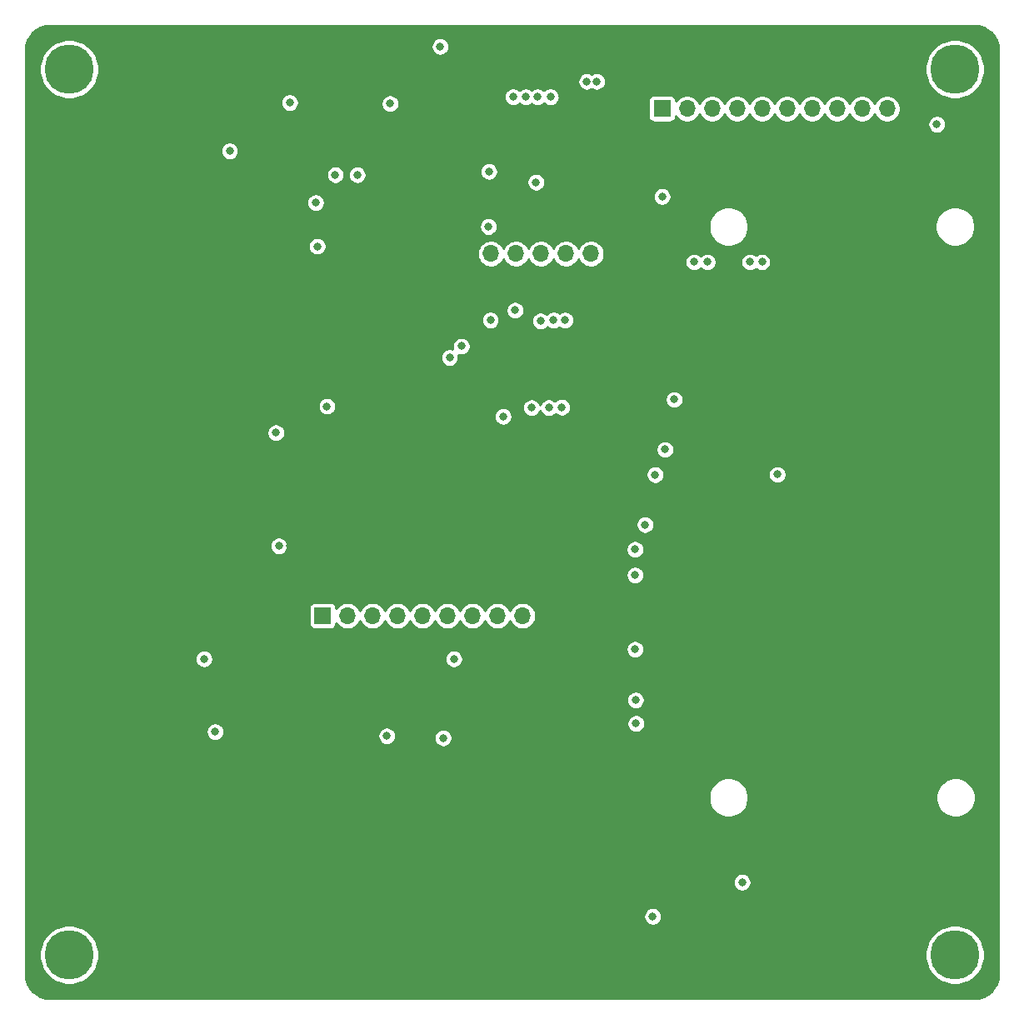
<source format=gbr>
%TF.GenerationSoftware,KiCad,Pcbnew,(5.1.12-1-10_14)*%
%TF.CreationDate,2022-02-15T12:56:50-08:00*%
%TF.ProjectId,g3_compute,67335f63-6f6d-4707-9574-652e6b696361,1*%
%TF.SameCoordinates,Original*%
%TF.FileFunction,Copper,L2,Inr*%
%TF.FilePolarity,Positive*%
%FSLAX46Y46*%
G04 Gerber Fmt 4.6, Leading zero omitted, Abs format (unit mm)*
G04 Created by KiCad (PCBNEW (5.1.12-1-10_14)) date 2022-02-15 12:56:50*
%MOMM*%
%LPD*%
G01*
G04 APERTURE LIST*
%TA.AperFunction,ComponentPad*%
%ADD10O,1.700000X1.700000*%
%TD*%
%TA.AperFunction,ComponentPad*%
%ADD11R,1.700000X1.700000*%
%TD*%
%TA.AperFunction,ComponentPad*%
%ADD12C,5.000000*%
%TD*%
%TA.AperFunction,ViaPad*%
%ADD13C,0.800000*%
%TD*%
%TA.AperFunction,Conductor*%
%ADD14C,0.254000*%
%TD*%
%TA.AperFunction,Conductor*%
%ADD15C,0.100000*%
%TD*%
G04 APERTURE END LIST*
D10*
%TO.N,Net-(J107-Pad6)*%
%TO.C,J107*%
X147850000Y-73750000D03*
%TO.N,/LOAD_TX*%
X150390000Y-73750000D03*
%TO.N,/LOAD_RX*%
X152930000Y-73750000D03*
%TO.N,Net-(J107-Pad3)*%
X155470000Y-73750000D03*
%TO.N,Net-(J107-Pad2)*%
X158010000Y-73750000D03*
D11*
%TO.N,GND*%
X160550000Y-73750000D03*
%TD*%
D10*
%TO.N,/PI_GPIO13*%
%TO.C,J105*%
X188110000Y-59000000D03*
%TO.N,/PI_GPIO6*%
X185570000Y-59000000D03*
%TO.N,/PI_GPIO5*%
X183030000Y-59000000D03*
%TO.N,/PI_GPIO11*%
X180490000Y-59000000D03*
%TO.N,/PI_GPIO9*%
X177950000Y-59000000D03*
%TO.N,/PI_GPIO10*%
X175410000Y-59000000D03*
%TO.N,/PI_GPIO22*%
X172870000Y-59000000D03*
%TO.N,/PI_GPIO27*%
X170330000Y-59000000D03*
%TO.N,/PI_GPIO17*%
X167790000Y-59000000D03*
D11*
%TO.N,/PI_GPIO4*%
X165250000Y-59000000D03*
%TD*%
D10*
%TO.N,/SX_DIO3*%
%TO.C,J101*%
X151060000Y-110540000D03*
%TO.N,/SX_DIO2*%
X148520000Y-110540000D03*
%TO.N,/SX_DIO1*%
X145980000Y-110540000D03*
%TO.N,/SX_BUSY*%
X143440000Y-110540000D03*
%TO.N,/~SX_RESET*%
X140900000Y-110540000D03*
%TO.N,/SX_SDO*%
X138360000Y-110540000D03*
%TO.N,/SX_SDI*%
X135820000Y-110540000D03*
%TO.N,/SX_SCK*%
X133280000Y-110540000D03*
D11*
%TO.N,/~SX_CS*%
X130740000Y-110540000D03*
%TD*%
D12*
%TO.N,Net-(H104-Pad1)*%
%TO.C,H104*%
X195000000Y-145000000D03*
%TD*%
%TO.N,Net-(H103-Pad1)*%
%TO.C,H103*%
X105000000Y-145000000D03*
%TD*%
%TO.N,Net-(H102-Pad1)*%
%TO.C,H102*%
X195000000Y-55000000D03*
%TD*%
%TO.N,Net-(H101-Pad1)*%
%TO.C,H101*%
X105000000Y-55000000D03*
%TD*%
D13*
%TO.N,GND*%
X110600000Y-118550000D03*
X110600000Y-120050000D03*
X110100000Y-78400000D03*
X110100000Y-79950000D03*
X111400000Y-81375000D03*
X114775000Y-81375000D03*
X115900000Y-79950000D03*
X117025000Y-79950000D03*
X118175000Y-79950000D03*
X115875000Y-78450000D03*
X111375000Y-78050000D03*
X118575000Y-118300000D03*
X117350000Y-118300000D03*
X116150000Y-118525000D03*
X116200000Y-120025000D03*
X117400000Y-120425000D03*
X118625000Y-120400000D03*
X115025000Y-118200000D03*
X113875000Y-118225000D03*
X112750000Y-118200000D03*
X111725000Y-118200000D03*
X112825000Y-120325000D03*
X113975000Y-120300000D03*
X156050000Y-57800000D03*
X123025000Y-118875000D03*
X124125000Y-121000000D03*
X125300000Y-121000000D03*
X126475000Y-121000000D03*
X127675000Y-120950000D03*
X127725000Y-122050000D03*
X130000000Y-122050000D03*
X131175000Y-122050000D03*
X133350000Y-122200000D03*
X133375000Y-123200000D03*
X131100000Y-118850000D03*
X130025000Y-118850000D03*
X128825000Y-118900000D03*
X127675000Y-118900000D03*
X126525000Y-118900000D03*
X125275000Y-118900000D03*
X124075000Y-118900000D03*
X166400000Y-98750000D03*
X166400000Y-111400000D03*
X166400000Y-91100000D03*
X135000000Y-58400000D03*
X118750000Y-63350000D03*
X149100000Y-79500000D03*
X147900000Y-90300000D03*
X158138000Y-87512000D03*
X155125000Y-57800000D03*
X177030000Y-86030000D03*
X176900000Y-106350000D03*
X166650000Y-64350000D03*
X137950000Y-89450000D03*
X113725000Y-80335000D03*
X127435000Y-103435000D03*
X121650000Y-89450000D03*
X160500000Y-134500000D03*
X148300000Y-132950000D03*
X163217500Y-146317500D03*
X160650000Y-142000000D03*
X148300000Y-143450000D03*
X134525000Y-123250000D03*
X132275000Y-122200000D03*
X128825000Y-122150000D03*
X132300000Y-116325000D03*
X133482500Y-116342500D03*
X135800000Y-123250000D03*
X111725000Y-121425000D03*
X115075000Y-121450000D03*
X120837500Y-116107500D03*
X140175000Y-123475000D03*
X143050000Y-125570000D03*
X143060000Y-120450000D03*
X144127500Y-117262500D03*
X172630000Y-124130000D03*
X166440000Y-116510000D03*
X121225000Y-66950000D03*
X183425000Y-143550000D03*
X145925000Y-102375000D03*
X197250000Y-60675000D03*
X112425000Y-78050000D03*
X113700000Y-78050000D03*
X114850000Y-78050000D03*
X138160000Y-125015000D03*
X117025000Y-78450000D03*
X118200000Y-78450000D03*
X119450000Y-78450000D03*
X120700000Y-78450000D03*
X121950000Y-78450000D03*
X123200000Y-78450000D03*
X124475000Y-78450000D03*
X125800000Y-78450000D03*
X126950000Y-78450000D03*
X128125000Y-78450000D03*
X129250000Y-78450000D03*
X130425000Y-78450000D03*
X131462500Y-78837500D03*
X132225000Y-79600000D03*
X132950000Y-80325000D03*
X133712500Y-81087500D03*
X134425000Y-81800000D03*
X134450000Y-82900000D03*
X134450000Y-83950000D03*
X134450000Y-84950000D03*
X112465000Y-80335000D03*
X119475000Y-79950000D03*
X120700000Y-79950000D03*
X121950000Y-79950000D03*
X123225000Y-79950000D03*
X124450000Y-79950000D03*
X125775000Y-79950000D03*
X126950000Y-79950000D03*
X128150000Y-79950000D03*
X129300000Y-79950000D03*
X130325000Y-79950000D03*
X131025000Y-80650000D03*
X131775000Y-81400000D03*
X132550000Y-82175000D03*
X132950000Y-83125000D03*
X132950000Y-84150000D03*
X132950000Y-85150000D03*
X107200000Y-76400000D03*
X107200000Y-82000000D03*
X107750000Y-122200000D03*
X107750000Y-116400000D03*
X144675000Y-132225000D03*
X143650000Y-132250000D03*
X142562500Y-132337500D03*
X141762500Y-133137500D03*
X140987500Y-133912500D03*
X140287500Y-134612500D03*
X139550000Y-135350000D03*
X138862500Y-136037500D03*
X138112500Y-136787500D03*
X137375000Y-137550000D03*
X137375000Y-138550000D03*
X137375000Y-139500000D03*
X144675000Y-130700000D03*
X143675000Y-130700000D03*
X142525000Y-130700000D03*
X141637500Y-131137500D03*
X140887500Y-131887500D03*
X140087500Y-132687500D03*
X139287500Y-133487500D03*
X138537500Y-134237500D03*
X137737500Y-135037500D03*
X136912500Y-135862500D03*
X136125000Y-136625000D03*
X135850000Y-139400000D03*
X135850000Y-137500000D03*
X135850000Y-138500000D03*
X139350000Y-142150000D03*
X133850000Y-142150000D03*
%TO.N,/E5_RX*%
X151975000Y-89400000D03*
X152885000Y-80590000D03*
%TO.N,/~E5_RESET*%
X162550000Y-119100000D03*
X131200000Y-89250000D03*
%TO.N,/PI_SCL*%
X147650000Y-65400000D03*
X147600000Y-71000000D03*
%TO.N,/~PS_CC_CE*%
X164550000Y-96200000D03*
X151400000Y-57800000D03*
%TO.N,/~PS_CC_QON*%
X163525000Y-101275000D03*
X150100000Y-57800000D03*
%TO.N,/~PS_CC_INT*%
X152600000Y-57800000D03*
X165550000Y-93650000D03*
%TO.N,+3V3*%
X121300000Y-63300000D03*
X137600000Y-58500000D03*
X147800000Y-80500000D03*
X174150000Y-74600000D03*
X175400000Y-74600000D03*
X130200000Y-72995000D03*
X130050000Y-68550000D03*
X193175000Y-60600000D03*
X176960000Y-96190000D03*
X126300000Y-103450000D03*
X164300000Y-141100000D03*
X173374999Y-137625001D03*
X137275000Y-122752500D03*
X119825000Y-122325000D03*
%TO.N,+5V*%
X158600000Y-56250000D03*
X142700000Y-52700000D03*
X157600000Y-56250000D03*
X169850000Y-74600000D03*
X168500000Y-74600000D03*
X165250000Y-67950000D03*
%TO.N,/CPPC_INT*%
X127400000Y-58400000D03*
X162500000Y-103800000D03*
%TO.N,/MUX_SELA*%
X150300000Y-79500000D03*
X162500000Y-106400000D03*
%TO.N,/GPS_RX*%
X154225000Y-80500000D03*
X153725000Y-89400000D03*
%TO.N,/CPPC_RX*%
X134275000Y-65750000D03*
X144850501Y-83150501D03*
%TO.N,/LOAD_TX*%
X155400000Y-80500000D03*
X155075000Y-89350000D03*
%TO.N,/CPPC_TX*%
X132050000Y-65725000D03*
X143650000Y-84300000D03*
%TO.N,/MUX_SELB*%
X149100000Y-90300000D03*
X162500000Y-113950000D03*
%TO.N,/SX_DIO3*%
X142990000Y-122950000D03*
%TO.N,/SX_DIO2*%
X118700000Y-114930000D03*
X144080000Y-114920000D03*
%TO.N,/PS_BOOST_PS*%
X153900000Y-57800000D03*
X166480000Y-88570000D03*
%TO.N,/~E5_BOOT*%
X162600000Y-121500000D03*
X126000000Y-91950000D03*
%TO.N,Net-(J107-Pad3)*%
X152440000Y-66480000D03*
%TD*%
D14*
%TO.N,GND*%
X197470094Y-50625860D02*
X197922277Y-50762382D01*
X198339336Y-50984135D01*
X198705379Y-51282674D01*
X199006463Y-51646621D01*
X199231125Y-52062127D01*
X199370801Y-52513344D01*
X199423000Y-53009988D01*
X199423001Y-146971772D01*
X199374140Y-147470089D01*
X199237618Y-147922277D01*
X199015863Y-148339337D01*
X198717326Y-148705379D01*
X198353376Y-149006465D01*
X197937878Y-149231123D01*
X197486657Y-149370801D01*
X196990011Y-149423000D01*
X103028218Y-149423000D01*
X102529911Y-149374140D01*
X102077723Y-149237618D01*
X101660663Y-149015863D01*
X101294621Y-148717326D01*
X100993535Y-148353376D01*
X100768877Y-147937878D01*
X100629199Y-147486657D01*
X100577000Y-146990011D01*
X100577000Y-144701867D01*
X101973000Y-144701867D01*
X101973000Y-145298133D01*
X102089326Y-145882943D01*
X102317508Y-146433822D01*
X102648776Y-146929600D01*
X103070400Y-147351224D01*
X103566178Y-147682492D01*
X104117057Y-147910674D01*
X104701867Y-148027000D01*
X105298133Y-148027000D01*
X105882943Y-147910674D01*
X106433822Y-147682492D01*
X106929600Y-147351224D01*
X107351224Y-146929600D01*
X107682492Y-146433822D01*
X107910674Y-145882943D01*
X108027000Y-145298133D01*
X108027000Y-144701867D01*
X191973000Y-144701867D01*
X191973000Y-145298133D01*
X192089326Y-145882943D01*
X192317508Y-146433822D01*
X192648776Y-146929600D01*
X193070400Y-147351224D01*
X193566178Y-147682492D01*
X194117057Y-147910674D01*
X194701867Y-148027000D01*
X195298133Y-148027000D01*
X195882943Y-147910674D01*
X196433822Y-147682492D01*
X196929600Y-147351224D01*
X197351224Y-146929600D01*
X197682492Y-146433822D01*
X197910674Y-145882943D01*
X198027000Y-145298133D01*
X198027000Y-144701867D01*
X197910674Y-144117057D01*
X197682492Y-143566178D01*
X197351224Y-143070400D01*
X196929600Y-142648776D01*
X196433822Y-142317508D01*
X195882943Y-142089326D01*
X195298133Y-141973000D01*
X194701867Y-141973000D01*
X194117057Y-142089326D01*
X193566178Y-142317508D01*
X193070400Y-142648776D01*
X192648776Y-143070400D01*
X192317508Y-143566178D01*
X192089326Y-144117057D01*
X191973000Y-144701867D01*
X108027000Y-144701867D01*
X107910674Y-144117057D01*
X107682492Y-143566178D01*
X107351224Y-143070400D01*
X106929600Y-142648776D01*
X106433822Y-142317508D01*
X105882943Y-142089326D01*
X105298133Y-141973000D01*
X104701867Y-141973000D01*
X104117057Y-142089326D01*
X103566178Y-142317508D01*
X103070400Y-142648776D01*
X102648776Y-143070400D01*
X102317508Y-143566178D01*
X102089326Y-144117057D01*
X101973000Y-144701867D01*
X100577000Y-144701867D01*
X100577000Y-141008699D01*
X163373000Y-141008699D01*
X163373000Y-141191301D01*
X163408624Y-141370396D01*
X163478504Y-141539099D01*
X163579952Y-141690928D01*
X163709072Y-141820048D01*
X163860901Y-141921496D01*
X164029604Y-141991376D01*
X164208699Y-142027000D01*
X164391301Y-142027000D01*
X164570396Y-141991376D01*
X164739099Y-141921496D01*
X164890928Y-141820048D01*
X165020048Y-141690928D01*
X165121496Y-141539099D01*
X165191376Y-141370396D01*
X165227000Y-141191301D01*
X165227000Y-141008699D01*
X165191376Y-140829604D01*
X165121496Y-140660901D01*
X165020048Y-140509072D01*
X164890928Y-140379952D01*
X164739099Y-140278504D01*
X164570396Y-140208624D01*
X164391301Y-140173000D01*
X164208699Y-140173000D01*
X164029604Y-140208624D01*
X163860901Y-140278504D01*
X163709072Y-140379952D01*
X163579952Y-140509072D01*
X163478504Y-140660901D01*
X163408624Y-140829604D01*
X163373000Y-141008699D01*
X100577000Y-141008699D01*
X100577000Y-137533700D01*
X172447999Y-137533700D01*
X172447999Y-137716302D01*
X172483623Y-137895397D01*
X172553503Y-138064100D01*
X172654951Y-138215929D01*
X172784071Y-138345049D01*
X172935900Y-138446497D01*
X173104603Y-138516377D01*
X173283698Y-138552001D01*
X173466300Y-138552001D01*
X173645395Y-138516377D01*
X173814098Y-138446497D01*
X173965927Y-138345049D01*
X174095047Y-138215929D01*
X174196495Y-138064100D01*
X174266375Y-137895397D01*
X174301999Y-137716302D01*
X174301999Y-137533700D01*
X174266375Y-137354605D01*
X174196495Y-137185902D01*
X174095047Y-137034073D01*
X173965927Y-136904953D01*
X173814098Y-136803505D01*
X173645395Y-136733625D01*
X173466300Y-136698001D01*
X173283698Y-136698001D01*
X173104603Y-136733625D01*
X172935900Y-136803505D01*
X172784071Y-136904953D01*
X172654951Y-137034073D01*
X172553503Y-137185902D01*
X172483623Y-137354605D01*
X172447999Y-137533700D01*
X100577000Y-137533700D01*
X100577000Y-128820358D01*
X169983000Y-128820358D01*
X169983000Y-129219642D01*
X170060896Y-129611254D01*
X170213696Y-129980145D01*
X170435526Y-130312137D01*
X170717863Y-130594474D01*
X171049855Y-130816304D01*
X171418746Y-130969104D01*
X171810358Y-131047000D01*
X172209642Y-131047000D01*
X172601254Y-130969104D01*
X172970145Y-130816304D01*
X173302137Y-130594474D01*
X173584474Y-130312137D01*
X173806304Y-129980145D01*
X173959104Y-129611254D01*
X174037000Y-129219642D01*
X174037000Y-128820358D01*
X193043000Y-128820358D01*
X193043000Y-129219642D01*
X193120896Y-129611254D01*
X193273696Y-129980145D01*
X193495526Y-130312137D01*
X193777863Y-130594474D01*
X194109855Y-130816304D01*
X194478746Y-130969104D01*
X194870358Y-131047000D01*
X195269642Y-131047000D01*
X195661254Y-130969104D01*
X196030145Y-130816304D01*
X196362137Y-130594474D01*
X196644474Y-130312137D01*
X196866304Y-129980145D01*
X197019104Y-129611254D01*
X197097000Y-129219642D01*
X197097000Y-128820358D01*
X197019104Y-128428746D01*
X196866304Y-128059855D01*
X196644474Y-127727863D01*
X196362137Y-127445526D01*
X196030145Y-127223696D01*
X195661254Y-127070896D01*
X195269642Y-126993000D01*
X194870358Y-126993000D01*
X194478746Y-127070896D01*
X194109855Y-127223696D01*
X193777863Y-127445526D01*
X193495526Y-127727863D01*
X193273696Y-128059855D01*
X193120896Y-128428746D01*
X193043000Y-128820358D01*
X174037000Y-128820358D01*
X173959104Y-128428746D01*
X173806304Y-128059855D01*
X173584474Y-127727863D01*
X173302137Y-127445526D01*
X172970145Y-127223696D01*
X172601254Y-127070896D01*
X172209642Y-126993000D01*
X171810358Y-126993000D01*
X171418746Y-127070896D01*
X171049855Y-127223696D01*
X170717863Y-127445526D01*
X170435526Y-127727863D01*
X170213696Y-128059855D01*
X170060896Y-128428746D01*
X169983000Y-128820358D01*
X100577000Y-128820358D01*
X100577000Y-122233699D01*
X118898000Y-122233699D01*
X118898000Y-122416301D01*
X118933624Y-122595396D01*
X119003504Y-122764099D01*
X119104952Y-122915928D01*
X119234072Y-123045048D01*
X119385901Y-123146496D01*
X119554604Y-123216376D01*
X119733699Y-123252000D01*
X119916301Y-123252000D01*
X120095396Y-123216376D01*
X120264099Y-123146496D01*
X120415928Y-123045048D01*
X120545048Y-122915928D01*
X120646496Y-122764099D01*
X120689119Y-122661199D01*
X136348000Y-122661199D01*
X136348000Y-122843801D01*
X136383624Y-123022896D01*
X136453504Y-123191599D01*
X136554952Y-123343428D01*
X136684072Y-123472548D01*
X136835901Y-123573996D01*
X137004604Y-123643876D01*
X137183699Y-123679500D01*
X137366301Y-123679500D01*
X137545396Y-123643876D01*
X137714099Y-123573996D01*
X137865928Y-123472548D01*
X137995048Y-123343428D01*
X138096496Y-123191599D01*
X138166376Y-123022896D01*
X138199036Y-122858699D01*
X142063000Y-122858699D01*
X142063000Y-123041301D01*
X142098624Y-123220396D01*
X142168504Y-123389099D01*
X142269952Y-123540928D01*
X142399072Y-123670048D01*
X142550901Y-123771496D01*
X142719604Y-123841376D01*
X142898699Y-123877000D01*
X143081301Y-123877000D01*
X143260396Y-123841376D01*
X143429099Y-123771496D01*
X143580928Y-123670048D01*
X143710048Y-123540928D01*
X143811496Y-123389099D01*
X143881376Y-123220396D01*
X143917000Y-123041301D01*
X143917000Y-122858699D01*
X143881376Y-122679604D01*
X143811496Y-122510901D01*
X143710048Y-122359072D01*
X143580928Y-122229952D01*
X143429099Y-122128504D01*
X143260396Y-122058624D01*
X143081301Y-122023000D01*
X142898699Y-122023000D01*
X142719604Y-122058624D01*
X142550901Y-122128504D01*
X142399072Y-122229952D01*
X142269952Y-122359072D01*
X142168504Y-122510901D01*
X142098624Y-122679604D01*
X142063000Y-122858699D01*
X138199036Y-122858699D01*
X138202000Y-122843801D01*
X138202000Y-122661199D01*
X138166376Y-122482104D01*
X138096496Y-122313401D01*
X137995048Y-122161572D01*
X137865928Y-122032452D01*
X137714099Y-121931004D01*
X137545396Y-121861124D01*
X137366301Y-121825500D01*
X137183699Y-121825500D01*
X137004604Y-121861124D01*
X136835901Y-121931004D01*
X136684072Y-122032452D01*
X136554952Y-122161572D01*
X136453504Y-122313401D01*
X136383624Y-122482104D01*
X136348000Y-122661199D01*
X120689119Y-122661199D01*
X120716376Y-122595396D01*
X120752000Y-122416301D01*
X120752000Y-122233699D01*
X120716376Y-122054604D01*
X120646496Y-121885901D01*
X120545048Y-121734072D01*
X120415928Y-121604952D01*
X120264099Y-121503504D01*
X120095396Y-121433624D01*
X119970089Y-121408699D01*
X161673000Y-121408699D01*
X161673000Y-121591301D01*
X161708624Y-121770396D01*
X161778504Y-121939099D01*
X161879952Y-122090928D01*
X162009072Y-122220048D01*
X162160901Y-122321496D01*
X162329604Y-122391376D01*
X162508699Y-122427000D01*
X162691301Y-122427000D01*
X162870396Y-122391376D01*
X163039099Y-122321496D01*
X163190928Y-122220048D01*
X163320048Y-122090928D01*
X163421496Y-121939099D01*
X163491376Y-121770396D01*
X163527000Y-121591301D01*
X163527000Y-121408699D01*
X163491376Y-121229604D01*
X163421496Y-121060901D01*
X163320048Y-120909072D01*
X163190928Y-120779952D01*
X163039099Y-120678504D01*
X162870396Y-120608624D01*
X162691301Y-120573000D01*
X162508699Y-120573000D01*
X162329604Y-120608624D01*
X162160901Y-120678504D01*
X162009072Y-120779952D01*
X161879952Y-120909072D01*
X161778504Y-121060901D01*
X161708624Y-121229604D01*
X161673000Y-121408699D01*
X119970089Y-121408699D01*
X119916301Y-121398000D01*
X119733699Y-121398000D01*
X119554604Y-121433624D01*
X119385901Y-121503504D01*
X119234072Y-121604952D01*
X119104952Y-121734072D01*
X119003504Y-121885901D01*
X118933624Y-122054604D01*
X118898000Y-122233699D01*
X100577000Y-122233699D01*
X100577000Y-119008699D01*
X161623000Y-119008699D01*
X161623000Y-119191301D01*
X161658624Y-119370396D01*
X161728504Y-119539099D01*
X161829952Y-119690928D01*
X161959072Y-119820048D01*
X162110901Y-119921496D01*
X162279604Y-119991376D01*
X162458699Y-120027000D01*
X162641301Y-120027000D01*
X162820396Y-119991376D01*
X162989099Y-119921496D01*
X163140928Y-119820048D01*
X163270048Y-119690928D01*
X163371496Y-119539099D01*
X163441376Y-119370396D01*
X163477000Y-119191301D01*
X163477000Y-119008699D01*
X163441376Y-118829604D01*
X163371496Y-118660901D01*
X163270048Y-118509072D01*
X163140928Y-118379952D01*
X162989099Y-118278504D01*
X162820396Y-118208624D01*
X162641301Y-118173000D01*
X162458699Y-118173000D01*
X162279604Y-118208624D01*
X162110901Y-118278504D01*
X161959072Y-118379952D01*
X161829952Y-118509072D01*
X161728504Y-118660901D01*
X161658624Y-118829604D01*
X161623000Y-119008699D01*
X100577000Y-119008699D01*
X100577000Y-114838699D01*
X117773000Y-114838699D01*
X117773000Y-115021301D01*
X117808624Y-115200396D01*
X117878504Y-115369099D01*
X117979952Y-115520928D01*
X118109072Y-115650048D01*
X118260901Y-115751496D01*
X118429604Y-115821376D01*
X118608699Y-115857000D01*
X118791301Y-115857000D01*
X118970396Y-115821376D01*
X119139099Y-115751496D01*
X119290928Y-115650048D01*
X119420048Y-115520928D01*
X119521496Y-115369099D01*
X119591376Y-115200396D01*
X119627000Y-115021301D01*
X119627000Y-114838699D01*
X119625011Y-114828699D01*
X143153000Y-114828699D01*
X143153000Y-115011301D01*
X143188624Y-115190396D01*
X143258504Y-115359099D01*
X143359952Y-115510928D01*
X143489072Y-115640048D01*
X143640901Y-115741496D01*
X143809604Y-115811376D01*
X143988699Y-115847000D01*
X144171301Y-115847000D01*
X144350396Y-115811376D01*
X144519099Y-115741496D01*
X144670928Y-115640048D01*
X144800048Y-115510928D01*
X144901496Y-115359099D01*
X144971376Y-115190396D01*
X145007000Y-115011301D01*
X145007000Y-114828699D01*
X144971376Y-114649604D01*
X144901496Y-114480901D01*
X144800048Y-114329072D01*
X144670928Y-114199952D01*
X144519099Y-114098504D01*
X144350396Y-114028624D01*
X144171301Y-113993000D01*
X143988699Y-113993000D01*
X143809604Y-114028624D01*
X143640901Y-114098504D01*
X143489072Y-114199952D01*
X143359952Y-114329072D01*
X143258504Y-114480901D01*
X143188624Y-114649604D01*
X143153000Y-114828699D01*
X119625011Y-114828699D01*
X119591376Y-114659604D01*
X119521496Y-114490901D01*
X119420048Y-114339072D01*
X119290928Y-114209952D01*
X119139099Y-114108504D01*
X118970396Y-114038624D01*
X118791301Y-114003000D01*
X118608699Y-114003000D01*
X118429604Y-114038624D01*
X118260901Y-114108504D01*
X118109072Y-114209952D01*
X117979952Y-114339072D01*
X117878504Y-114490901D01*
X117808624Y-114659604D01*
X117773000Y-114838699D01*
X100577000Y-114838699D01*
X100577000Y-113858699D01*
X161573000Y-113858699D01*
X161573000Y-114041301D01*
X161608624Y-114220396D01*
X161678504Y-114389099D01*
X161779952Y-114540928D01*
X161909072Y-114670048D01*
X162060901Y-114771496D01*
X162229604Y-114841376D01*
X162408699Y-114877000D01*
X162591301Y-114877000D01*
X162770396Y-114841376D01*
X162939099Y-114771496D01*
X163090928Y-114670048D01*
X163220048Y-114540928D01*
X163321496Y-114389099D01*
X163391376Y-114220396D01*
X163427000Y-114041301D01*
X163427000Y-113858699D01*
X163391376Y-113679604D01*
X163321496Y-113510901D01*
X163220048Y-113359072D01*
X163090928Y-113229952D01*
X162939099Y-113128504D01*
X162770396Y-113058624D01*
X162591301Y-113023000D01*
X162408699Y-113023000D01*
X162229604Y-113058624D01*
X162060901Y-113128504D01*
X161909072Y-113229952D01*
X161779952Y-113359072D01*
X161678504Y-113510901D01*
X161608624Y-113679604D01*
X161573000Y-113858699D01*
X100577000Y-113858699D01*
X100577000Y-109690000D01*
X129360451Y-109690000D01*
X129360451Y-111390000D01*
X129370626Y-111493310D01*
X129400761Y-111592650D01*
X129449696Y-111684202D01*
X129515552Y-111764448D01*
X129595798Y-111830304D01*
X129687350Y-111879239D01*
X129786690Y-111909374D01*
X129890000Y-111919549D01*
X131590000Y-111919549D01*
X131693310Y-111909374D01*
X131792650Y-111879239D01*
X131884202Y-111830304D01*
X131964448Y-111764448D01*
X132030304Y-111684202D01*
X132079239Y-111592650D01*
X132109374Y-111493310D01*
X132119549Y-111390000D01*
X132119549Y-111281798D01*
X132210414Y-111417787D01*
X132402213Y-111609586D01*
X132627746Y-111760282D01*
X132878344Y-111864083D01*
X133144377Y-111917000D01*
X133415623Y-111917000D01*
X133681656Y-111864083D01*
X133932254Y-111760282D01*
X134157787Y-111609586D01*
X134349586Y-111417787D01*
X134500282Y-111192254D01*
X134550000Y-111072224D01*
X134599718Y-111192254D01*
X134750414Y-111417787D01*
X134942213Y-111609586D01*
X135167746Y-111760282D01*
X135418344Y-111864083D01*
X135684377Y-111917000D01*
X135955623Y-111917000D01*
X136221656Y-111864083D01*
X136472254Y-111760282D01*
X136697787Y-111609586D01*
X136889586Y-111417787D01*
X137040282Y-111192254D01*
X137090000Y-111072224D01*
X137139718Y-111192254D01*
X137290414Y-111417787D01*
X137482213Y-111609586D01*
X137707746Y-111760282D01*
X137958344Y-111864083D01*
X138224377Y-111917000D01*
X138495623Y-111917000D01*
X138761656Y-111864083D01*
X139012254Y-111760282D01*
X139237787Y-111609586D01*
X139429586Y-111417787D01*
X139580282Y-111192254D01*
X139630000Y-111072224D01*
X139679718Y-111192254D01*
X139830414Y-111417787D01*
X140022213Y-111609586D01*
X140247746Y-111760282D01*
X140498344Y-111864083D01*
X140764377Y-111917000D01*
X141035623Y-111917000D01*
X141301656Y-111864083D01*
X141552254Y-111760282D01*
X141777787Y-111609586D01*
X141969586Y-111417787D01*
X142120282Y-111192254D01*
X142170000Y-111072224D01*
X142219718Y-111192254D01*
X142370414Y-111417787D01*
X142562213Y-111609586D01*
X142787746Y-111760282D01*
X143038344Y-111864083D01*
X143304377Y-111917000D01*
X143575623Y-111917000D01*
X143841656Y-111864083D01*
X144092254Y-111760282D01*
X144317787Y-111609586D01*
X144509586Y-111417787D01*
X144660282Y-111192254D01*
X144710000Y-111072224D01*
X144759718Y-111192254D01*
X144910414Y-111417787D01*
X145102213Y-111609586D01*
X145327746Y-111760282D01*
X145578344Y-111864083D01*
X145844377Y-111917000D01*
X146115623Y-111917000D01*
X146381656Y-111864083D01*
X146632254Y-111760282D01*
X146857787Y-111609586D01*
X147049586Y-111417787D01*
X147200282Y-111192254D01*
X147250000Y-111072224D01*
X147299718Y-111192254D01*
X147450414Y-111417787D01*
X147642213Y-111609586D01*
X147867746Y-111760282D01*
X148118344Y-111864083D01*
X148384377Y-111917000D01*
X148655623Y-111917000D01*
X148921656Y-111864083D01*
X149172254Y-111760282D01*
X149397787Y-111609586D01*
X149589586Y-111417787D01*
X149740282Y-111192254D01*
X149790000Y-111072224D01*
X149839718Y-111192254D01*
X149990414Y-111417787D01*
X150182213Y-111609586D01*
X150407746Y-111760282D01*
X150658344Y-111864083D01*
X150924377Y-111917000D01*
X151195623Y-111917000D01*
X151461656Y-111864083D01*
X151712254Y-111760282D01*
X151937787Y-111609586D01*
X152129586Y-111417787D01*
X152280282Y-111192254D01*
X152384083Y-110941656D01*
X152437000Y-110675623D01*
X152437000Y-110404377D01*
X152384083Y-110138344D01*
X152280282Y-109887746D01*
X152129586Y-109662213D01*
X151937787Y-109470414D01*
X151712254Y-109319718D01*
X151461656Y-109215917D01*
X151195623Y-109163000D01*
X150924377Y-109163000D01*
X150658344Y-109215917D01*
X150407746Y-109319718D01*
X150182213Y-109470414D01*
X149990414Y-109662213D01*
X149839718Y-109887746D01*
X149790000Y-110007776D01*
X149740282Y-109887746D01*
X149589586Y-109662213D01*
X149397787Y-109470414D01*
X149172254Y-109319718D01*
X148921656Y-109215917D01*
X148655623Y-109163000D01*
X148384377Y-109163000D01*
X148118344Y-109215917D01*
X147867746Y-109319718D01*
X147642213Y-109470414D01*
X147450414Y-109662213D01*
X147299718Y-109887746D01*
X147250000Y-110007776D01*
X147200282Y-109887746D01*
X147049586Y-109662213D01*
X146857787Y-109470414D01*
X146632254Y-109319718D01*
X146381656Y-109215917D01*
X146115623Y-109163000D01*
X145844377Y-109163000D01*
X145578344Y-109215917D01*
X145327746Y-109319718D01*
X145102213Y-109470414D01*
X144910414Y-109662213D01*
X144759718Y-109887746D01*
X144710000Y-110007776D01*
X144660282Y-109887746D01*
X144509586Y-109662213D01*
X144317787Y-109470414D01*
X144092254Y-109319718D01*
X143841656Y-109215917D01*
X143575623Y-109163000D01*
X143304377Y-109163000D01*
X143038344Y-109215917D01*
X142787746Y-109319718D01*
X142562213Y-109470414D01*
X142370414Y-109662213D01*
X142219718Y-109887746D01*
X142170000Y-110007776D01*
X142120282Y-109887746D01*
X141969586Y-109662213D01*
X141777787Y-109470414D01*
X141552254Y-109319718D01*
X141301656Y-109215917D01*
X141035623Y-109163000D01*
X140764377Y-109163000D01*
X140498344Y-109215917D01*
X140247746Y-109319718D01*
X140022213Y-109470414D01*
X139830414Y-109662213D01*
X139679718Y-109887746D01*
X139630000Y-110007776D01*
X139580282Y-109887746D01*
X139429586Y-109662213D01*
X139237787Y-109470414D01*
X139012254Y-109319718D01*
X138761656Y-109215917D01*
X138495623Y-109163000D01*
X138224377Y-109163000D01*
X137958344Y-109215917D01*
X137707746Y-109319718D01*
X137482213Y-109470414D01*
X137290414Y-109662213D01*
X137139718Y-109887746D01*
X137090000Y-110007776D01*
X137040282Y-109887746D01*
X136889586Y-109662213D01*
X136697787Y-109470414D01*
X136472254Y-109319718D01*
X136221656Y-109215917D01*
X135955623Y-109163000D01*
X135684377Y-109163000D01*
X135418344Y-109215917D01*
X135167746Y-109319718D01*
X134942213Y-109470414D01*
X134750414Y-109662213D01*
X134599718Y-109887746D01*
X134550000Y-110007776D01*
X134500282Y-109887746D01*
X134349586Y-109662213D01*
X134157787Y-109470414D01*
X133932254Y-109319718D01*
X133681656Y-109215917D01*
X133415623Y-109163000D01*
X133144377Y-109163000D01*
X132878344Y-109215917D01*
X132627746Y-109319718D01*
X132402213Y-109470414D01*
X132210414Y-109662213D01*
X132119549Y-109798202D01*
X132119549Y-109690000D01*
X132109374Y-109586690D01*
X132079239Y-109487350D01*
X132030304Y-109395798D01*
X131964448Y-109315552D01*
X131884202Y-109249696D01*
X131792650Y-109200761D01*
X131693310Y-109170626D01*
X131590000Y-109160451D01*
X129890000Y-109160451D01*
X129786690Y-109170626D01*
X129687350Y-109200761D01*
X129595798Y-109249696D01*
X129515552Y-109315552D01*
X129449696Y-109395798D01*
X129400761Y-109487350D01*
X129370626Y-109586690D01*
X129360451Y-109690000D01*
X100577000Y-109690000D01*
X100577000Y-106308699D01*
X161573000Y-106308699D01*
X161573000Y-106491301D01*
X161608624Y-106670396D01*
X161678504Y-106839099D01*
X161779952Y-106990928D01*
X161909072Y-107120048D01*
X162060901Y-107221496D01*
X162229604Y-107291376D01*
X162408699Y-107327000D01*
X162591301Y-107327000D01*
X162770396Y-107291376D01*
X162939099Y-107221496D01*
X163090928Y-107120048D01*
X163220048Y-106990928D01*
X163321496Y-106839099D01*
X163391376Y-106670396D01*
X163427000Y-106491301D01*
X163427000Y-106308699D01*
X163391376Y-106129604D01*
X163321496Y-105960901D01*
X163220048Y-105809072D01*
X163090928Y-105679952D01*
X162939099Y-105578504D01*
X162770396Y-105508624D01*
X162591301Y-105473000D01*
X162408699Y-105473000D01*
X162229604Y-105508624D01*
X162060901Y-105578504D01*
X161909072Y-105679952D01*
X161779952Y-105809072D01*
X161678504Y-105960901D01*
X161608624Y-106129604D01*
X161573000Y-106308699D01*
X100577000Y-106308699D01*
X100577000Y-103358699D01*
X125373000Y-103358699D01*
X125373000Y-103541301D01*
X125408624Y-103720396D01*
X125478504Y-103889099D01*
X125579952Y-104040928D01*
X125709072Y-104170048D01*
X125860901Y-104271496D01*
X126029604Y-104341376D01*
X126208699Y-104377000D01*
X126391301Y-104377000D01*
X126570396Y-104341376D01*
X126739099Y-104271496D01*
X126890928Y-104170048D01*
X127020048Y-104040928D01*
X127121496Y-103889099D01*
X127191376Y-103720396D01*
X127193702Y-103708699D01*
X161573000Y-103708699D01*
X161573000Y-103891301D01*
X161608624Y-104070396D01*
X161678504Y-104239099D01*
X161779952Y-104390928D01*
X161909072Y-104520048D01*
X162060901Y-104621496D01*
X162229604Y-104691376D01*
X162408699Y-104727000D01*
X162591301Y-104727000D01*
X162770396Y-104691376D01*
X162939099Y-104621496D01*
X163090928Y-104520048D01*
X163220048Y-104390928D01*
X163321496Y-104239099D01*
X163391376Y-104070396D01*
X163427000Y-103891301D01*
X163427000Y-103708699D01*
X163391376Y-103529604D01*
X163321496Y-103360901D01*
X163220048Y-103209072D01*
X163090928Y-103079952D01*
X162939099Y-102978504D01*
X162770396Y-102908624D01*
X162591301Y-102873000D01*
X162408699Y-102873000D01*
X162229604Y-102908624D01*
X162060901Y-102978504D01*
X161909072Y-103079952D01*
X161779952Y-103209072D01*
X161678504Y-103360901D01*
X161608624Y-103529604D01*
X161573000Y-103708699D01*
X127193702Y-103708699D01*
X127227000Y-103541301D01*
X127227000Y-103358699D01*
X127191376Y-103179604D01*
X127121496Y-103010901D01*
X127020048Y-102859072D01*
X126890928Y-102729952D01*
X126739099Y-102628504D01*
X126570396Y-102558624D01*
X126391301Y-102523000D01*
X126208699Y-102523000D01*
X126029604Y-102558624D01*
X125860901Y-102628504D01*
X125709072Y-102729952D01*
X125579952Y-102859072D01*
X125478504Y-103010901D01*
X125408624Y-103179604D01*
X125373000Y-103358699D01*
X100577000Y-103358699D01*
X100577000Y-101183699D01*
X162598000Y-101183699D01*
X162598000Y-101366301D01*
X162633624Y-101545396D01*
X162703504Y-101714099D01*
X162804952Y-101865928D01*
X162934072Y-101995048D01*
X163085901Y-102096496D01*
X163254604Y-102166376D01*
X163433699Y-102202000D01*
X163616301Y-102202000D01*
X163795396Y-102166376D01*
X163964099Y-102096496D01*
X164115928Y-101995048D01*
X164245048Y-101865928D01*
X164346496Y-101714099D01*
X164416376Y-101545396D01*
X164452000Y-101366301D01*
X164452000Y-101183699D01*
X164416376Y-101004604D01*
X164346496Y-100835901D01*
X164245048Y-100684072D01*
X164115928Y-100554952D01*
X163964099Y-100453504D01*
X163795396Y-100383624D01*
X163616301Y-100348000D01*
X163433699Y-100348000D01*
X163254604Y-100383624D01*
X163085901Y-100453504D01*
X162934072Y-100554952D01*
X162804952Y-100684072D01*
X162703504Y-100835901D01*
X162633624Y-101004604D01*
X162598000Y-101183699D01*
X100577000Y-101183699D01*
X100577000Y-96108699D01*
X163623000Y-96108699D01*
X163623000Y-96291301D01*
X163658624Y-96470396D01*
X163728504Y-96639099D01*
X163829952Y-96790928D01*
X163959072Y-96920048D01*
X164110901Y-97021496D01*
X164279604Y-97091376D01*
X164458699Y-97127000D01*
X164641301Y-97127000D01*
X164820396Y-97091376D01*
X164989099Y-97021496D01*
X165140928Y-96920048D01*
X165270048Y-96790928D01*
X165371496Y-96639099D01*
X165441376Y-96470396D01*
X165477000Y-96291301D01*
X165477000Y-96108699D01*
X165475011Y-96098699D01*
X176033000Y-96098699D01*
X176033000Y-96281301D01*
X176068624Y-96460396D01*
X176138504Y-96629099D01*
X176239952Y-96780928D01*
X176369072Y-96910048D01*
X176520901Y-97011496D01*
X176689604Y-97081376D01*
X176868699Y-97117000D01*
X177051301Y-97117000D01*
X177230396Y-97081376D01*
X177399099Y-97011496D01*
X177550928Y-96910048D01*
X177680048Y-96780928D01*
X177781496Y-96629099D01*
X177851376Y-96460396D01*
X177887000Y-96281301D01*
X177887000Y-96098699D01*
X177851376Y-95919604D01*
X177781496Y-95750901D01*
X177680048Y-95599072D01*
X177550928Y-95469952D01*
X177399099Y-95368504D01*
X177230396Y-95298624D01*
X177051301Y-95263000D01*
X176868699Y-95263000D01*
X176689604Y-95298624D01*
X176520901Y-95368504D01*
X176369072Y-95469952D01*
X176239952Y-95599072D01*
X176138504Y-95750901D01*
X176068624Y-95919604D01*
X176033000Y-96098699D01*
X165475011Y-96098699D01*
X165441376Y-95929604D01*
X165371496Y-95760901D01*
X165270048Y-95609072D01*
X165140928Y-95479952D01*
X164989099Y-95378504D01*
X164820396Y-95308624D01*
X164641301Y-95273000D01*
X164458699Y-95273000D01*
X164279604Y-95308624D01*
X164110901Y-95378504D01*
X163959072Y-95479952D01*
X163829952Y-95609072D01*
X163728504Y-95760901D01*
X163658624Y-95929604D01*
X163623000Y-96108699D01*
X100577000Y-96108699D01*
X100577000Y-93558699D01*
X164623000Y-93558699D01*
X164623000Y-93741301D01*
X164658624Y-93920396D01*
X164728504Y-94089099D01*
X164829952Y-94240928D01*
X164959072Y-94370048D01*
X165110901Y-94471496D01*
X165279604Y-94541376D01*
X165458699Y-94577000D01*
X165641301Y-94577000D01*
X165820396Y-94541376D01*
X165989099Y-94471496D01*
X166140928Y-94370048D01*
X166270048Y-94240928D01*
X166371496Y-94089099D01*
X166441376Y-93920396D01*
X166477000Y-93741301D01*
X166477000Y-93558699D01*
X166441376Y-93379604D01*
X166371496Y-93210901D01*
X166270048Y-93059072D01*
X166140928Y-92929952D01*
X165989099Y-92828504D01*
X165820396Y-92758624D01*
X165641301Y-92723000D01*
X165458699Y-92723000D01*
X165279604Y-92758624D01*
X165110901Y-92828504D01*
X164959072Y-92929952D01*
X164829952Y-93059072D01*
X164728504Y-93210901D01*
X164658624Y-93379604D01*
X164623000Y-93558699D01*
X100577000Y-93558699D01*
X100577000Y-91858699D01*
X125073000Y-91858699D01*
X125073000Y-92041301D01*
X125108624Y-92220396D01*
X125178504Y-92389099D01*
X125279952Y-92540928D01*
X125409072Y-92670048D01*
X125560901Y-92771496D01*
X125729604Y-92841376D01*
X125908699Y-92877000D01*
X126091301Y-92877000D01*
X126270396Y-92841376D01*
X126439099Y-92771496D01*
X126590928Y-92670048D01*
X126720048Y-92540928D01*
X126821496Y-92389099D01*
X126891376Y-92220396D01*
X126927000Y-92041301D01*
X126927000Y-91858699D01*
X126891376Y-91679604D01*
X126821496Y-91510901D01*
X126720048Y-91359072D01*
X126590928Y-91229952D01*
X126439099Y-91128504D01*
X126270396Y-91058624D01*
X126091301Y-91023000D01*
X125908699Y-91023000D01*
X125729604Y-91058624D01*
X125560901Y-91128504D01*
X125409072Y-91229952D01*
X125279952Y-91359072D01*
X125178504Y-91510901D01*
X125108624Y-91679604D01*
X125073000Y-91858699D01*
X100577000Y-91858699D01*
X100577000Y-90208699D01*
X148173000Y-90208699D01*
X148173000Y-90391301D01*
X148208624Y-90570396D01*
X148278504Y-90739099D01*
X148379952Y-90890928D01*
X148509072Y-91020048D01*
X148660901Y-91121496D01*
X148829604Y-91191376D01*
X149008699Y-91227000D01*
X149191301Y-91227000D01*
X149370396Y-91191376D01*
X149539099Y-91121496D01*
X149690928Y-91020048D01*
X149820048Y-90890928D01*
X149921496Y-90739099D01*
X149991376Y-90570396D01*
X150027000Y-90391301D01*
X150027000Y-90208699D01*
X149991376Y-90029604D01*
X149921496Y-89860901D01*
X149820048Y-89709072D01*
X149690928Y-89579952D01*
X149539099Y-89478504D01*
X149370396Y-89408624D01*
X149191301Y-89373000D01*
X149008699Y-89373000D01*
X148829604Y-89408624D01*
X148660901Y-89478504D01*
X148509072Y-89579952D01*
X148379952Y-89709072D01*
X148278504Y-89860901D01*
X148208624Y-90029604D01*
X148173000Y-90208699D01*
X100577000Y-90208699D01*
X100577000Y-89158699D01*
X130273000Y-89158699D01*
X130273000Y-89341301D01*
X130308624Y-89520396D01*
X130378504Y-89689099D01*
X130479952Y-89840928D01*
X130609072Y-89970048D01*
X130760901Y-90071496D01*
X130929604Y-90141376D01*
X131108699Y-90177000D01*
X131291301Y-90177000D01*
X131470396Y-90141376D01*
X131639099Y-90071496D01*
X131790928Y-89970048D01*
X131920048Y-89840928D01*
X132021496Y-89689099D01*
X132091376Y-89520396D01*
X132127000Y-89341301D01*
X132127000Y-89308699D01*
X151048000Y-89308699D01*
X151048000Y-89491301D01*
X151083624Y-89670396D01*
X151153504Y-89839099D01*
X151254952Y-89990928D01*
X151384072Y-90120048D01*
X151535901Y-90221496D01*
X151704604Y-90291376D01*
X151883699Y-90327000D01*
X152066301Y-90327000D01*
X152245396Y-90291376D01*
X152414099Y-90221496D01*
X152565928Y-90120048D01*
X152695048Y-89990928D01*
X152796496Y-89839099D01*
X152850000Y-89709931D01*
X152903504Y-89839099D01*
X153004952Y-89990928D01*
X153134072Y-90120048D01*
X153285901Y-90221496D01*
X153454604Y-90291376D01*
X153633699Y-90327000D01*
X153816301Y-90327000D01*
X153995396Y-90291376D01*
X154164099Y-90221496D01*
X154315928Y-90120048D01*
X154425000Y-90010976D01*
X154484072Y-90070048D01*
X154635901Y-90171496D01*
X154804604Y-90241376D01*
X154983699Y-90277000D01*
X155166301Y-90277000D01*
X155345396Y-90241376D01*
X155514099Y-90171496D01*
X155665928Y-90070048D01*
X155795048Y-89940928D01*
X155896496Y-89789099D01*
X155966376Y-89620396D01*
X156002000Y-89441301D01*
X156002000Y-89258699D01*
X155966376Y-89079604D01*
X155896496Y-88910901D01*
X155795048Y-88759072D01*
X155665928Y-88629952D01*
X155514099Y-88528504D01*
X155393861Y-88478699D01*
X165553000Y-88478699D01*
X165553000Y-88661301D01*
X165588624Y-88840396D01*
X165658504Y-89009099D01*
X165759952Y-89160928D01*
X165889072Y-89290048D01*
X166040901Y-89391496D01*
X166209604Y-89461376D01*
X166388699Y-89497000D01*
X166571301Y-89497000D01*
X166750396Y-89461376D01*
X166919099Y-89391496D01*
X167070928Y-89290048D01*
X167200048Y-89160928D01*
X167301496Y-89009099D01*
X167371376Y-88840396D01*
X167407000Y-88661301D01*
X167407000Y-88478699D01*
X167371376Y-88299604D01*
X167301496Y-88130901D01*
X167200048Y-87979072D01*
X167070928Y-87849952D01*
X166919099Y-87748504D01*
X166750396Y-87678624D01*
X166571301Y-87643000D01*
X166388699Y-87643000D01*
X166209604Y-87678624D01*
X166040901Y-87748504D01*
X165889072Y-87849952D01*
X165759952Y-87979072D01*
X165658504Y-88130901D01*
X165588624Y-88299604D01*
X165553000Y-88478699D01*
X155393861Y-88478699D01*
X155345396Y-88458624D01*
X155166301Y-88423000D01*
X154983699Y-88423000D01*
X154804604Y-88458624D01*
X154635901Y-88528504D01*
X154484072Y-88629952D01*
X154375000Y-88739024D01*
X154315928Y-88679952D01*
X154164099Y-88578504D01*
X153995396Y-88508624D01*
X153816301Y-88473000D01*
X153633699Y-88473000D01*
X153454604Y-88508624D01*
X153285901Y-88578504D01*
X153134072Y-88679952D01*
X153004952Y-88809072D01*
X152903504Y-88960901D01*
X152850000Y-89090069D01*
X152796496Y-88960901D01*
X152695048Y-88809072D01*
X152565928Y-88679952D01*
X152414099Y-88578504D01*
X152245396Y-88508624D01*
X152066301Y-88473000D01*
X151883699Y-88473000D01*
X151704604Y-88508624D01*
X151535901Y-88578504D01*
X151384072Y-88679952D01*
X151254952Y-88809072D01*
X151153504Y-88960901D01*
X151083624Y-89129604D01*
X151048000Y-89308699D01*
X132127000Y-89308699D01*
X132127000Y-89158699D01*
X132091376Y-88979604D01*
X132021496Y-88810901D01*
X131920048Y-88659072D01*
X131790928Y-88529952D01*
X131639099Y-88428504D01*
X131470396Y-88358624D01*
X131291301Y-88323000D01*
X131108699Y-88323000D01*
X130929604Y-88358624D01*
X130760901Y-88428504D01*
X130609072Y-88529952D01*
X130479952Y-88659072D01*
X130378504Y-88810901D01*
X130308624Y-88979604D01*
X130273000Y-89158699D01*
X100577000Y-89158699D01*
X100577000Y-84208699D01*
X142723000Y-84208699D01*
X142723000Y-84391301D01*
X142758624Y-84570396D01*
X142828504Y-84739099D01*
X142929952Y-84890928D01*
X143059072Y-85020048D01*
X143210901Y-85121496D01*
X143379604Y-85191376D01*
X143558699Y-85227000D01*
X143741301Y-85227000D01*
X143920396Y-85191376D01*
X144089099Y-85121496D01*
X144240928Y-85020048D01*
X144370048Y-84890928D01*
X144471496Y-84739099D01*
X144541376Y-84570396D01*
X144577000Y-84391301D01*
X144577000Y-84208699D01*
X144541376Y-84029604D01*
X144539491Y-84025054D01*
X144580105Y-84041877D01*
X144759200Y-84077501D01*
X144941802Y-84077501D01*
X145120897Y-84041877D01*
X145289600Y-83971997D01*
X145441429Y-83870549D01*
X145570549Y-83741429D01*
X145671997Y-83589600D01*
X145741877Y-83420897D01*
X145777501Y-83241802D01*
X145777501Y-83059200D01*
X145741877Y-82880105D01*
X145671997Y-82711402D01*
X145570549Y-82559573D01*
X145441429Y-82430453D01*
X145289600Y-82329005D01*
X145120897Y-82259125D01*
X144941802Y-82223501D01*
X144759200Y-82223501D01*
X144580105Y-82259125D01*
X144411402Y-82329005D01*
X144259573Y-82430453D01*
X144130453Y-82559573D01*
X144029005Y-82711402D01*
X143959125Y-82880105D01*
X143923501Y-83059200D01*
X143923501Y-83241802D01*
X143959125Y-83420897D01*
X143961010Y-83425447D01*
X143920396Y-83408624D01*
X143741301Y-83373000D01*
X143558699Y-83373000D01*
X143379604Y-83408624D01*
X143210901Y-83478504D01*
X143059072Y-83579952D01*
X142929952Y-83709072D01*
X142828504Y-83860901D01*
X142758624Y-84029604D01*
X142723000Y-84208699D01*
X100577000Y-84208699D01*
X100577000Y-80408699D01*
X146873000Y-80408699D01*
X146873000Y-80591301D01*
X146908624Y-80770396D01*
X146978504Y-80939099D01*
X147079952Y-81090928D01*
X147209072Y-81220048D01*
X147360901Y-81321496D01*
X147529604Y-81391376D01*
X147708699Y-81427000D01*
X147891301Y-81427000D01*
X148070396Y-81391376D01*
X148239099Y-81321496D01*
X148390928Y-81220048D01*
X148520048Y-81090928D01*
X148621496Y-80939099D01*
X148691376Y-80770396D01*
X148727000Y-80591301D01*
X148727000Y-80498699D01*
X151958000Y-80498699D01*
X151958000Y-80681301D01*
X151993624Y-80860396D01*
X152063504Y-81029099D01*
X152164952Y-81180928D01*
X152294072Y-81310048D01*
X152445901Y-81411496D01*
X152614604Y-81481376D01*
X152793699Y-81517000D01*
X152976301Y-81517000D01*
X153155396Y-81481376D01*
X153324099Y-81411496D01*
X153475928Y-81310048D01*
X153600000Y-81185976D01*
X153634072Y-81220048D01*
X153785901Y-81321496D01*
X153954604Y-81391376D01*
X154133699Y-81427000D01*
X154316301Y-81427000D01*
X154495396Y-81391376D01*
X154664099Y-81321496D01*
X154812500Y-81222338D01*
X154960901Y-81321496D01*
X155129604Y-81391376D01*
X155308699Y-81427000D01*
X155491301Y-81427000D01*
X155670396Y-81391376D01*
X155839099Y-81321496D01*
X155990928Y-81220048D01*
X156120048Y-81090928D01*
X156221496Y-80939099D01*
X156291376Y-80770396D01*
X156327000Y-80591301D01*
X156327000Y-80408699D01*
X156291376Y-80229604D01*
X156221496Y-80060901D01*
X156120048Y-79909072D01*
X155990928Y-79779952D01*
X155839099Y-79678504D01*
X155670396Y-79608624D01*
X155491301Y-79573000D01*
X155308699Y-79573000D01*
X155129604Y-79608624D01*
X154960901Y-79678504D01*
X154812500Y-79777662D01*
X154664099Y-79678504D01*
X154495396Y-79608624D01*
X154316301Y-79573000D01*
X154133699Y-79573000D01*
X153954604Y-79608624D01*
X153785901Y-79678504D01*
X153634072Y-79779952D01*
X153510000Y-79904024D01*
X153475928Y-79869952D01*
X153324099Y-79768504D01*
X153155396Y-79698624D01*
X152976301Y-79663000D01*
X152793699Y-79663000D01*
X152614604Y-79698624D01*
X152445901Y-79768504D01*
X152294072Y-79869952D01*
X152164952Y-79999072D01*
X152063504Y-80150901D01*
X151993624Y-80319604D01*
X151958000Y-80498699D01*
X148727000Y-80498699D01*
X148727000Y-80408699D01*
X148691376Y-80229604D01*
X148621496Y-80060901D01*
X148520048Y-79909072D01*
X148390928Y-79779952D01*
X148239099Y-79678504D01*
X148070396Y-79608624D01*
X147891301Y-79573000D01*
X147708699Y-79573000D01*
X147529604Y-79608624D01*
X147360901Y-79678504D01*
X147209072Y-79779952D01*
X147079952Y-79909072D01*
X146978504Y-80060901D01*
X146908624Y-80229604D01*
X146873000Y-80408699D01*
X100577000Y-80408699D01*
X100577000Y-79408699D01*
X149373000Y-79408699D01*
X149373000Y-79591301D01*
X149408624Y-79770396D01*
X149478504Y-79939099D01*
X149579952Y-80090928D01*
X149709072Y-80220048D01*
X149860901Y-80321496D01*
X150029604Y-80391376D01*
X150208699Y-80427000D01*
X150391301Y-80427000D01*
X150570396Y-80391376D01*
X150739099Y-80321496D01*
X150890928Y-80220048D01*
X151020048Y-80090928D01*
X151121496Y-79939099D01*
X151191376Y-79770396D01*
X151227000Y-79591301D01*
X151227000Y-79408699D01*
X151191376Y-79229604D01*
X151121496Y-79060901D01*
X151020048Y-78909072D01*
X150890928Y-78779952D01*
X150739099Y-78678504D01*
X150570396Y-78608624D01*
X150391301Y-78573000D01*
X150208699Y-78573000D01*
X150029604Y-78608624D01*
X149860901Y-78678504D01*
X149709072Y-78779952D01*
X149579952Y-78909072D01*
X149478504Y-79060901D01*
X149408624Y-79229604D01*
X149373000Y-79408699D01*
X100577000Y-79408699D01*
X100577000Y-72903699D01*
X129273000Y-72903699D01*
X129273000Y-73086301D01*
X129308624Y-73265396D01*
X129378504Y-73434099D01*
X129479952Y-73585928D01*
X129609072Y-73715048D01*
X129760901Y-73816496D01*
X129929604Y-73886376D01*
X130108699Y-73922000D01*
X130291301Y-73922000D01*
X130470396Y-73886376D01*
X130639099Y-73816496D01*
X130790928Y-73715048D01*
X130891599Y-73614377D01*
X146473000Y-73614377D01*
X146473000Y-73885623D01*
X146525917Y-74151656D01*
X146629718Y-74402254D01*
X146780414Y-74627787D01*
X146972213Y-74819586D01*
X147197746Y-74970282D01*
X147448344Y-75074083D01*
X147714377Y-75127000D01*
X147985623Y-75127000D01*
X148251656Y-75074083D01*
X148502254Y-74970282D01*
X148727787Y-74819586D01*
X148919586Y-74627787D01*
X149070282Y-74402254D01*
X149120000Y-74282224D01*
X149169718Y-74402254D01*
X149320414Y-74627787D01*
X149512213Y-74819586D01*
X149737746Y-74970282D01*
X149988344Y-75074083D01*
X150254377Y-75127000D01*
X150525623Y-75127000D01*
X150791656Y-75074083D01*
X151042254Y-74970282D01*
X151267787Y-74819586D01*
X151459586Y-74627787D01*
X151610282Y-74402254D01*
X151660000Y-74282224D01*
X151709718Y-74402254D01*
X151860414Y-74627787D01*
X152052213Y-74819586D01*
X152277746Y-74970282D01*
X152528344Y-75074083D01*
X152794377Y-75127000D01*
X153065623Y-75127000D01*
X153331656Y-75074083D01*
X153582254Y-74970282D01*
X153807787Y-74819586D01*
X153999586Y-74627787D01*
X154150282Y-74402254D01*
X154200000Y-74282224D01*
X154249718Y-74402254D01*
X154400414Y-74627787D01*
X154592213Y-74819586D01*
X154817746Y-74970282D01*
X155068344Y-75074083D01*
X155334377Y-75127000D01*
X155605623Y-75127000D01*
X155871656Y-75074083D01*
X156122254Y-74970282D01*
X156347787Y-74819586D01*
X156539586Y-74627787D01*
X156690282Y-74402254D01*
X156740000Y-74282224D01*
X156789718Y-74402254D01*
X156940414Y-74627787D01*
X157132213Y-74819586D01*
X157357746Y-74970282D01*
X157608344Y-75074083D01*
X157874377Y-75127000D01*
X158145623Y-75127000D01*
X158411656Y-75074083D01*
X158662254Y-74970282D01*
X158887787Y-74819586D01*
X159079586Y-74627787D01*
X159159157Y-74508699D01*
X167573000Y-74508699D01*
X167573000Y-74691301D01*
X167608624Y-74870396D01*
X167678504Y-75039099D01*
X167779952Y-75190928D01*
X167909072Y-75320048D01*
X168060901Y-75421496D01*
X168229604Y-75491376D01*
X168408699Y-75527000D01*
X168591301Y-75527000D01*
X168770396Y-75491376D01*
X168939099Y-75421496D01*
X169090928Y-75320048D01*
X169175000Y-75235976D01*
X169259072Y-75320048D01*
X169410901Y-75421496D01*
X169579604Y-75491376D01*
X169758699Y-75527000D01*
X169941301Y-75527000D01*
X170120396Y-75491376D01*
X170289099Y-75421496D01*
X170440928Y-75320048D01*
X170570048Y-75190928D01*
X170671496Y-75039099D01*
X170741376Y-74870396D01*
X170777000Y-74691301D01*
X170777000Y-74508699D01*
X173223000Y-74508699D01*
X173223000Y-74691301D01*
X173258624Y-74870396D01*
X173328504Y-75039099D01*
X173429952Y-75190928D01*
X173559072Y-75320048D01*
X173710901Y-75421496D01*
X173879604Y-75491376D01*
X174058699Y-75527000D01*
X174241301Y-75527000D01*
X174420396Y-75491376D01*
X174589099Y-75421496D01*
X174740928Y-75320048D01*
X174775000Y-75285976D01*
X174809072Y-75320048D01*
X174960901Y-75421496D01*
X175129604Y-75491376D01*
X175308699Y-75527000D01*
X175491301Y-75527000D01*
X175670396Y-75491376D01*
X175839099Y-75421496D01*
X175990928Y-75320048D01*
X176120048Y-75190928D01*
X176221496Y-75039099D01*
X176291376Y-74870396D01*
X176327000Y-74691301D01*
X176327000Y-74508699D01*
X176291376Y-74329604D01*
X176221496Y-74160901D01*
X176120048Y-74009072D01*
X175990928Y-73879952D01*
X175839099Y-73778504D01*
X175670396Y-73708624D01*
X175491301Y-73673000D01*
X175308699Y-73673000D01*
X175129604Y-73708624D01*
X174960901Y-73778504D01*
X174809072Y-73879952D01*
X174775000Y-73914024D01*
X174740928Y-73879952D01*
X174589099Y-73778504D01*
X174420396Y-73708624D01*
X174241301Y-73673000D01*
X174058699Y-73673000D01*
X173879604Y-73708624D01*
X173710901Y-73778504D01*
X173559072Y-73879952D01*
X173429952Y-74009072D01*
X173328504Y-74160901D01*
X173258624Y-74329604D01*
X173223000Y-74508699D01*
X170777000Y-74508699D01*
X170741376Y-74329604D01*
X170671496Y-74160901D01*
X170570048Y-74009072D01*
X170440928Y-73879952D01*
X170289099Y-73778504D01*
X170120396Y-73708624D01*
X169941301Y-73673000D01*
X169758699Y-73673000D01*
X169579604Y-73708624D01*
X169410901Y-73778504D01*
X169259072Y-73879952D01*
X169175000Y-73964024D01*
X169090928Y-73879952D01*
X168939099Y-73778504D01*
X168770396Y-73708624D01*
X168591301Y-73673000D01*
X168408699Y-73673000D01*
X168229604Y-73708624D01*
X168060901Y-73778504D01*
X167909072Y-73879952D01*
X167779952Y-74009072D01*
X167678504Y-74160901D01*
X167608624Y-74329604D01*
X167573000Y-74508699D01*
X159159157Y-74508699D01*
X159230282Y-74402254D01*
X159334083Y-74151656D01*
X159387000Y-73885623D01*
X159387000Y-73614377D01*
X159334083Y-73348344D01*
X159230282Y-73097746D01*
X159079586Y-72872213D01*
X158887787Y-72680414D01*
X158662254Y-72529718D01*
X158411656Y-72425917D01*
X158145623Y-72373000D01*
X157874377Y-72373000D01*
X157608344Y-72425917D01*
X157357746Y-72529718D01*
X157132213Y-72680414D01*
X156940414Y-72872213D01*
X156789718Y-73097746D01*
X156740000Y-73217776D01*
X156690282Y-73097746D01*
X156539586Y-72872213D01*
X156347787Y-72680414D01*
X156122254Y-72529718D01*
X155871656Y-72425917D01*
X155605623Y-72373000D01*
X155334377Y-72373000D01*
X155068344Y-72425917D01*
X154817746Y-72529718D01*
X154592213Y-72680414D01*
X154400414Y-72872213D01*
X154249718Y-73097746D01*
X154200000Y-73217776D01*
X154150282Y-73097746D01*
X153999586Y-72872213D01*
X153807787Y-72680414D01*
X153582254Y-72529718D01*
X153331656Y-72425917D01*
X153065623Y-72373000D01*
X152794377Y-72373000D01*
X152528344Y-72425917D01*
X152277746Y-72529718D01*
X152052213Y-72680414D01*
X151860414Y-72872213D01*
X151709718Y-73097746D01*
X151660000Y-73217776D01*
X151610282Y-73097746D01*
X151459586Y-72872213D01*
X151267787Y-72680414D01*
X151042254Y-72529718D01*
X150791656Y-72425917D01*
X150525623Y-72373000D01*
X150254377Y-72373000D01*
X149988344Y-72425917D01*
X149737746Y-72529718D01*
X149512213Y-72680414D01*
X149320414Y-72872213D01*
X149169718Y-73097746D01*
X149120000Y-73217776D01*
X149070282Y-73097746D01*
X148919586Y-72872213D01*
X148727787Y-72680414D01*
X148502254Y-72529718D01*
X148251656Y-72425917D01*
X147985623Y-72373000D01*
X147714377Y-72373000D01*
X147448344Y-72425917D01*
X147197746Y-72529718D01*
X146972213Y-72680414D01*
X146780414Y-72872213D01*
X146629718Y-73097746D01*
X146525917Y-73348344D01*
X146473000Y-73614377D01*
X130891599Y-73614377D01*
X130920048Y-73585928D01*
X131021496Y-73434099D01*
X131091376Y-73265396D01*
X131127000Y-73086301D01*
X131127000Y-72903699D01*
X131091376Y-72724604D01*
X131021496Y-72555901D01*
X130920048Y-72404072D01*
X130790928Y-72274952D01*
X130639099Y-72173504D01*
X130470396Y-72103624D01*
X130291301Y-72068000D01*
X130108699Y-72068000D01*
X129929604Y-72103624D01*
X129760901Y-72173504D01*
X129609072Y-72274952D01*
X129479952Y-72404072D01*
X129378504Y-72555901D01*
X129308624Y-72724604D01*
X129273000Y-72903699D01*
X100577000Y-72903699D01*
X100577000Y-70908699D01*
X146673000Y-70908699D01*
X146673000Y-71091301D01*
X146708624Y-71270396D01*
X146778504Y-71439099D01*
X146879952Y-71590928D01*
X147009072Y-71720048D01*
X147160901Y-71821496D01*
X147329604Y-71891376D01*
X147508699Y-71927000D01*
X147691301Y-71927000D01*
X147870396Y-71891376D01*
X148039099Y-71821496D01*
X148190928Y-71720048D01*
X148320048Y-71590928D01*
X148421496Y-71439099D01*
X148491376Y-71270396D01*
X148527000Y-71091301D01*
X148527000Y-70908699D01*
X148505450Y-70800358D01*
X169983000Y-70800358D01*
X169983000Y-71199642D01*
X170060896Y-71591254D01*
X170213696Y-71960145D01*
X170435526Y-72292137D01*
X170717863Y-72574474D01*
X171049855Y-72796304D01*
X171418746Y-72949104D01*
X171810358Y-73027000D01*
X172209642Y-73027000D01*
X172601254Y-72949104D01*
X172970145Y-72796304D01*
X173302137Y-72574474D01*
X173584474Y-72292137D01*
X173806304Y-71960145D01*
X173959104Y-71591254D01*
X174037000Y-71199642D01*
X174037000Y-70800358D01*
X174033022Y-70780358D01*
X193003000Y-70780358D01*
X193003000Y-71179642D01*
X193080896Y-71571254D01*
X193233696Y-71940145D01*
X193455526Y-72272137D01*
X193737863Y-72554474D01*
X194069855Y-72776304D01*
X194438746Y-72929104D01*
X194830358Y-73007000D01*
X195229642Y-73007000D01*
X195621254Y-72929104D01*
X195990145Y-72776304D01*
X196322137Y-72554474D01*
X196604474Y-72272137D01*
X196826304Y-71940145D01*
X196979104Y-71571254D01*
X197057000Y-71179642D01*
X197057000Y-70780358D01*
X196979104Y-70388746D01*
X196826304Y-70019855D01*
X196604474Y-69687863D01*
X196322137Y-69405526D01*
X195990145Y-69183696D01*
X195621254Y-69030896D01*
X195229642Y-68953000D01*
X194830358Y-68953000D01*
X194438746Y-69030896D01*
X194069855Y-69183696D01*
X193737863Y-69405526D01*
X193455526Y-69687863D01*
X193233696Y-70019855D01*
X193080896Y-70388746D01*
X193003000Y-70780358D01*
X174033022Y-70780358D01*
X173959104Y-70408746D01*
X173806304Y-70039855D01*
X173584474Y-69707863D01*
X173302137Y-69425526D01*
X172970145Y-69203696D01*
X172601254Y-69050896D01*
X172209642Y-68973000D01*
X171810358Y-68973000D01*
X171418746Y-69050896D01*
X171049855Y-69203696D01*
X170717863Y-69425526D01*
X170435526Y-69707863D01*
X170213696Y-70039855D01*
X170060896Y-70408746D01*
X169983000Y-70800358D01*
X148505450Y-70800358D01*
X148491376Y-70729604D01*
X148421496Y-70560901D01*
X148320048Y-70409072D01*
X148190928Y-70279952D01*
X148039099Y-70178504D01*
X147870396Y-70108624D01*
X147691301Y-70073000D01*
X147508699Y-70073000D01*
X147329604Y-70108624D01*
X147160901Y-70178504D01*
X147009072Y-70279952D01*
X146879952Y-70409072D01*
X146778504Y-70560901D01*
X146708624Y-70729604D01*
X146673000Y-70908699D01*
X100577000Y-70908699D01*
X100577000Y-68458699D01*
X129123000Y-68458699D01*
X129123000Y-68641301D01*
X129158624Y-68820396D01*
X129228504Y-68989099D01*
X129329952Y-69140928D01*
X129459072Y-69270048D01*
X129610901Y-69371496D01*
X129779604Y-69441376D01*
X129958699Y-69477000D01*
X130141301Y-69477000D01*
X130320396Y-69441376D01*
X130489099Y-69371496D01*
X130640928Y-69270048D01*
X130770048Y-69140928D01*
X130871496Y-68989099D01*
X130941376Y-68820396D01*
X130977000Y-68641301D01*
X130977000Y-68458699D01*
X130941376Y-68279604D01*
X130871496Y-68110901D01*
X130770048Y-67959072D01*
X130669675Y-67858699D01*
X164323000Y-67858699D01*
X164323000Y-68041301D01*
X164358624Y-68220396D01*
X164428504Y-68389099D01*
X164529952Y-68540928D01*
X164659072Y-68670048D01*
X164810901Y-68771496D01*
X164979604Y-68841376D01*
X165158699Y-68877000D01*
X165341301Y-68877000D01*
X165520396Y-68841376D01*
X165689099Y-68771496D01*
X165840928Y-68670048D01*
X165970048Y-68540928D01*
X166071496Y-68389099D01*
X166141376Y-68220396D01*
X166177000Y-68041301D01*
X166177000Y-67858699D01*
X166141376Y-67679604D01*
X166071496Y-67510901D01*
X165970048Y-67359072D01*
X165840928Y-67229952D01*
X165689099Y-67128504D01*
X165520396Y-67058624D01*
X165341301Y-67023000D01*
X165158699Y-67023000D01*
X164979604Y-67058624D01*
X164810901Y-67128504D01*
X164659072Y-67229952D01*
X164529952Y-67359072D01*
X164428504Y-67510901D01*
X164358624Y-67679604D01*
X164323000Y-67858699D01*
X130669675Y-67858699D01*
X130640928Y-67829952D01*
X130489099Y-67728504D01*
X130320396Y-67658624D01*
X130141301Y-67623000D01*
X129958699Y-67623000D01*
X129779604Y-67658624D01*
X129610901Y-67728504D01*
X129459072Y-67829952D01*
X129329952Y-67959072D01*
X129228504Y-68110901D01*
X129158624Y-68279604D01*
X129123000Y-68458699D01*
X100577000Y-68458699D01*
X100577000Y-65633699D01*
X131123000Y-65633699D01*
X131123000Y-65816301D01*
X131158624Y-65995396D01*
X131228504Y-66164099D01*
X131329952Y-66315928D01*
X131459072Y-66445048D01*
X131610901Y-66546496D01*
X131779604Y-66616376D01*
X131958699Y-66652000D01*
X132141301Y-66652000D01*
X132320396Y-66616376D01*
X132489099Y-66546496D01*
X132640928Y-66445048D01*
X132770048Y-66315928D01*
X132871496Y-66164099D01*
X132941376Y-65995396D01*
X132977000Y-65816301D01*
X132977000Y-65658699D01*
X133348000Y-65658699D01*
X133348000Y-65841301D01*
X133383624Y-66020396D01*
X133453504Y-66189099D01*
X133554952Y-66340928D01*
X133684072Y-66470048D01*
X133835901Y-66571496D01*
X134004604Y-66641376D01*
X134183699Y-66677000D01*
X134366301Y-66677000D01*
X134545396Y-66641376D01*
X134714099Y-66571496D01*
X134865928Y-66470048D01*
X134947277Y-66388699D01*
X151513000Y-66388699D01*
X151513000Y-66571301D01*
X151548624Y-66750396D01*
X151618504Y-66919099D01*
X151719952Y-67070928D01*
X151849072Y-67200048D01*
X152000901Y-67301496D01*
X152169604Y-67371376D01*
X152348699Y-67407000D01*
X152531301Y-67407000D01*
X152710396Y-67371376D01*
X152879099Y-67301496D01*
X153030928Y-67200048D01*
X153160048Y-67070928D01*
X153261496Y-66919099D01*
X153331376Y-66750396D01*
X153367000Y-66571301D01*
X153367000Y-66388699D01*
X153331376Y-66209604D01*
X153261496Y-66040901D01*
X153160048Y-65889072D01*
X153030928Y-65759952D01*
X152879099Y-65658504D01*
X152710396Y-65588624D01*
X152531301Y-65553000D01*
X152348699Y-65553000D01*
X152169604Y-65588624D01*
X152000901Y-65658504D01*
X151849072Y-65759952D01*
X151719952Y-65889072D01*
X151618504Y-66040901D01*
X151548624Y-66209604D01*
X151513000Y-66388699D01*
X134947277Y-66388699D01*
X134995048Y-66340928D01*
X135096496Y-66189099D01*
X135166376Y-66020396D01*
X135202000Y-65841301D01*
X135202000Y-65658699D01*
X135166376Y-65479604D01*
X135096496Y-65310901D01*
X135095025Y-65308699D01*
X146723000Y-65308699D01*
X146723000Y-65491301D01*
X146758624Y-65670396D01*
X146828504Y-65839099D01*
X146929952Y-65990928D01*
X147059072Y-66120048D01*
X147210901Y-66221496D01*
X147379604Y-66291376D01*
X147558699Y-66327000D01*
X147741301Y-66327000D01*
X147920396Y-66291376D01*
X148089099Y-66221496D01*
X148240928Y-66120048D01*
X148370048Y-65990928D01*
X148471496Y-65839099D01*
X148541376Y-65670396D01*
X148577000Y-65491301D01*
X148577000Y-65308699D01*
X148541376Y-65129604D01*
X148471496Y-64960901D01*
X148370048Y-64809072D01*
X148240928Y-64679952D01*
X148089099Y-64578504D01*
X147920396Y-64508624D01*
X147741301Y-64473000D01*
X147558699Y-64473000D01*
X147379604Y-64508624D01*
X147210901Y-64578504D01*
X147059072Y-64679952D01*
X146929952Y-64809072D01*
X146828504Y-64960901D01*
X146758624Y-65129604D01*
X146723000Y-65308699D01*
X135095025Y-65308699D01*
X134995048Y-65159072D01*
X134865928Y-65029952D01*
X134714099Y-64928504D01*
X134545396Y-64858624D01*
X134366301Y-64823000D01*
X134183699Y-64823000D01*
X134004604Y-64858624D01*
X133835901Y-64928504D01*
X133684072Y-65029952D01*
X133554952Y-65159072D01*
X133453504Y-65310901D01*
X133383624Y-65479604D01*
X133348000Y-65658699D01*
X132977000Y-65658699D01*
X132977000Y-65633699D01*
X132941376Y-65454604D01*
X132871496Y-65285901D01*
X132770048Y-65134072D01*
X132640928Y-65004952D01*
X132489099Y-64903504D01*
X132320396Y-64833624D01*
X132141301Y-64798000D01*
X131958699Y-64798000D01*
X131779604Y-64833624D01*
X131610901Y-64903504D01*
X131459072Y-65004952D01*
X131329952Y-65134072D01*
X131228504Y-65285901D01*
X131158624Y-65454604D01*
X131123000Y-65633699D01*
X100577000Y-65633699D01*
X100577000Y-63208699D01*
X120373000Y-63208699D01*
X120373000Y-63391301D01*
X120408624Y-63570396D01*
X120478504Y-63739099D01*
X120579952Y-63890928D01*
X120709072Y-64020048D01*
X120860901Y-64121496D01*
X121029604Y-64191376D01*
X121208699Y-64227000D01*
X121391301Y-64227000D01*
X121570396Y-64191376D01*
X121739099Y-64121496D01*
X121890928Y-64020048D01*
X122020048Y-63890928D01*
X122121496Y-63739099D01*
X122191376Y-63570396D01*
X122227000Y-63391301D01*
X122227000Y-63208699D01*
X122191376Y-63029604D01*
X122121496Y-62860901D01*
X122020048Y-62709072D01*
X121890928Y-62579952D01*
X121739099Y-62478504D01*
X121570396Y-62408624D01*
X121391301Y-62373000D01*
X121208699Y-62373000D01*
X121029604Y-62408624D01*
X120860901Y-62478504D01*
X120709072Y-62579952D01*
X120579952Y-62709072D01*
X120478504Y-62860901D01*
X120408624Y-63029604D01*
X120373000Y-63208699D01*
X100577000Y-63208699D01*
X100577000Y-60508699D01*
X192248000Y-60508699D01*
X192248000Y-60691301D01*
X192283624Y-60870396D01*
X192353504Y-61039099D01*
X192454952Y-61190928D01*
X192584072Y-61320048D01*
X192735901Y-61421496D01*
X192904604Y-61491376D01*
X193083699Y-61527000D01*
X193266301Y-61527000D01*
X193445396Y-61491376D01*
X193614099Y-61421496D01*
X193765928Y-61320048D01*
X193895048Y-61190928D01*
X193996496Y-61039099D01*
X194066376Y-60870396D01*
X194102000Y-60691301D01*
X194102000Y-60508699D01*
X194066376Y-60329604D01*
X193996496Y-60160901D01*
X193895048Y-60009072D01*
X193765928Y-59879952D01*
X193614099Y-59778504D01*
X193445396Y-59708624D01*
X193266301Y-59673000D01*
X193083699Y-59673000D01*
X192904604Y-59708624D01*
X192735901Y-59778504D01*
X192584072Y-59879952D01*
X192454952Y-60009072D01*
X192353504Y-60160901D01*
X192283624Y-60329604D01*
X192248000Y-60508699D01*
X100577000Y-60508699D01*
X100577000Y-58308699D01*
X126473000Y-58308699D01*
X126473000Y-58491301D01*
X126508624Y-58670396D01*
X126578504Y-58839099D01*
X126679952Y-58990928D01*
X126809072Y-59120048D01*
X126960901Y-59221496D01*
X127129604Y-59291376D01*
X127308699Y-59327000D01*
X127491301Y-59327000D01*
X127670396Y-59291376D01*
X127839099Y-59221496D01*
X127990928Y-59120048D01*
X128120048Y-58990928D01*
X128221496Y-58839099D01*
X128291376Y-58670396D01*
X128327000Y-58491301D01*
X128327000Y-58408699D01*
X136673000Y-58408699D01*
X136673000Y-58591301D01*
X136708624Y-58770396D01*
X136778504Y-58939099D01*
X136879952Y-59090928D01*
X137009072Y-59220048D01*
X137160901Y-59321496D01*
X137329604Y-59391376D01*
X137508699Y-59427000D01*
X137691301Y-59427000D01*
X137870396Y-59391376D01*
X138039099Y-59321496D01*
X138190928Y-59220048D01*
X138320048Y-59090928D01*
X138421496Y-58939099D01*
X138491376Y-58770396D01*
X138527000Y-58591301D01*
X138527000Y-58408699D01*
X138491376Y-58229604D01*
X138421496Y-58060901D01*
X138320048Y-57909072D01*
X138190928Y-57779952D01*
X138084290Y-57708699D01*
X149173000Y-57708699D01*
X149173000Y-57891301D01*
X149208624Y-58070396D01*
X149278504Y-58239099D01*
X149379952Y-58390928D01*
X149509072Y-58520048D01*
X149660901Y-58621496D01*
X149829604Y-58691376D01*
X150008699Y-58727000D01*
X150191301Y-58727000D01*
X150370396Y-58691376D01*
X150539099Y-58621496D01*
X150690928Y-58520048D01*
X150750000Y-58460976D01*
X150809072Y-58520048D01*
X150960901Y-58621496D01*
X151129604Y-58691376D01*
X151308699Y-58727000D01*
X151491301Y-58727000D01*
X151670396Y-58691376D01*
X151839099Y-58621496D01*
X151990928Y-58520048D01*
X152000000Y-58510976D01*
X152009072Y-58520048D01*
X152160901Y-58621496D01*
X152329604Y-58691376D01*
X152508699Y-58727000D01*
X152691301Y-58727000D01*
X152870396Y-58691376D01*
X153039099Y-58621496D01*
X153190928Y-58520048D01*
X153250000Y-58460976D01*
X153309072Y-58520048D01*
X153460901Y-58621496D01*
X153629604Y-58691376D01*
X153808699Y-58727000D01*
X153991301Y-58727000D01*
X154170396Y-58691376D01*
X154339099Y-58621496D01*
X154490928Y-58520048D01*
X154620048Y-58390928D01*
X154721496Y-58239099D01*
X154758402Y-58150000D01*
X163870451Y-58150000D01*
X163870451Y-59850000D01*
X163880626Y-59953310D01*
X163910761Y-60052650D01*
X163959696Y-60144202D01*
X164025552Y-60224448D01*
X164105798Y-60290304D01*
X164197350Y-60339239D01*
X164296690Y-60369374D01*
X164400000Y-60379549D01*
X166100000Y-60379549D01*
X166203310Y-60369374D01*
X166302650Y-60339239D01*
X166394202Y-60290304D01*
X166474448Y-60224448D01*
X166540304Y-60144202D01*
X166589239Y-60052650D01*
X166619374Y-59953310D01*
X166629549Y-59850000D01*
X166629549Y-59741798D01*
X166720414Y-59877787D01*
X166912213Y-60069586D01*
X167137746Y-60220282D01*
X167388344Y-60324083D01*
X167654377Y-60377000D01*
X167925623Y-60377000D01*
X168191656Y-60324083D01*
X168442254Y-60220282D01*
X168667787Y-60069586D01*
X168859586Y-59877787D01*
X169010282Y-59652254D01*
X169060000Y-59532224D01*
X169109718Y-59652254D01*
X169260414Y-59877787D01*
X169452213Y-60069586D01*
X169677746Y-60220282D01*
X169928344Y-60324083D01*
X170194377Y-60377000D01*
X170465623Y-60377000D01*
X170731656Y-60324083D01*
X170982254Y-60220282D01*
X171207787Y-60069586D01*
X171399586Y-59877787D01*
X171550282Y-59652254D01*
X171600000Y-59532224D01*
X171649718Y-59652254D01*
X171800414Y-59877787D01*
X171992213Y-60069586D01*
X172217746Y-60220282D01*
X172468344Y-60324083D01*
X172734377Y-60377000D01*
X173005623Y-60377000D01*
X173271656Y-60324083D01*
X173522254Y-60220282D01*
X173747787Y-60069586D01*
X173939586Y-59877787D01*
X174090282Y-59652254D01*
X174140000Y-59532224D01*
X174189718Y-59652254D01*
X174340414Y-59877787D01*
X174532213Y-60069586D01*
X174757746Y-60220282D01*
X175008344Y-60324083D01*
X175274377Y-60377000D01*
X175545623Y-60377000D01*
X175811656Y-60324083D01*
X176062254Y-60220282D01*
X176287787Y-60069586D01*
X176479586Y-59877787D01*
X176630282Y-59652254D01*
X176680000Y-59532224D01*
X176729718Y-59652254D01*
X176880414Y-59877787D01*
X177072213Y-60069586D01*
X177297746Y-60220282D01*
X177548344Y-60324083D01*
X177814377Y-60377000D01*
X178085623Y-60377000D01*
X178351656Y-60324083D01*
X178602254Y-60220282D01*
X178827787Y-60069586D01*
X179019586Y-59877787D01*
X179170282Y-59652254D01*
X179220000Y-59532224D01*
X179269718Y-59652254D01*
X179420414Y-59877787D01*
X179612213Y-60069586D01*
X179837746Y-60220282D01*
X180088344Y-60324083D01*
X180354377Y-60377000D01*
X180625623Y-60377000D01*
X180891656Y-60324083D01*
X181142254Y-60220282D01*
X181367787Y-60069586D01*
X181559586Y-59877787D01*
X181710282Y-59652254D01*
X181760000Y-59532224D01*
X181809718Y-59652254D01*
X181960414Y-59877787D01*
X182152213Y-60069586D01*
X182377746Y-60220282D01*
X182628344Y-60324083D01*
X182894377Y-60377000D01*
X183165623Y-60377000D01*
X183431656Y-60324083D01*
X183682254Y-60220282D01*
X183907787Y-60069586D01*
X184099586Y-59877787D01*
X184250282Y-59652254D01*
X184300000Y-59532224D01*
X184349718Y-59652254D01*
X184500414Y-59877787D01*
X184692213Y-60069586D01*
X184917746Y-60220282D01*
X185168344Y-60324083D01*
X185434377Y-60377000D01*
X185705623Y-60377000D01*
X185971656Y-60324083D01*
X186222254Y-60220282D01*
X186447787Y-60069586D01*
X186639586Y-59877787D01*
X186790282Y-59652254D01*
X186840000Y-59532224D01*
X186889718Y-59652254D01*
X187040414Y-59877787D01*
X187232213Y-60069586D01*
X187457746Y-60220282D01*
X187708344Y-60324083D01*
X187974377Y-60377000D01*
X188245623Y-60377000D01*
X188511656Y-60324083D01*
X188762254Y-60220282D01*
X188987787Y-60069586D01*
X189179586Y-59877787D01*
X189330282Y-59652254D01*
X189434083Y-59401656D01*
X189487000Y-59135623D01*
X189487000Y-58864377D01*
X189434083Y-58598344D01*
X189330282Y-58347746D01*
X189179586Y-58122213D01*
X188987787Y-57930414D01*
X188762254Y-57779718D01*
X188511656Y-57675917D01*
X188245623Y-57623000D01*
X187974377Y-57623000D01*
X187708344Y-57675917D01*
X187457746Y-57779718D01*
X187232213Y-57930414D01*
X187040414Y-58122213D01*
X186889718Y-58347746D01*
X186840000Y-58467776D01*
X186790282Y-58347746D01*
X186639586Y-58122213D01*
X186447787Y-57930414D01*
X186222254Y-57779718D01*
X185971656Y-57675917D01*
X185705623Y-57623000D01*
X185434377Y-57623000D01*
X185168344Y-57675917D01*
X184917746Y-57779718D01*
X184692213Y-57930414D01*
X184500414Y-58122213D01*
X184349718Y-58347746D01*
X184300000Y-58467776D01*
X184250282Y-58347746D01*
X184099586Y-58122213D01*
X183907787Y-57930414D01*
X183682254Y-57779718D01*
X183431656Y-57675917D01*
X183165623Y-57623000D01*
X182894377Y-57623000D01*
X182628344Y-57675917D01*
X182377746Y-57779718D01*
X182152213Y-57930414D01*
X181960414Y-58122213D01*
X181809718Y-58347746D01*
X181760000Y-58467776D01*
X181710282Y-58347746D01*
X181559586Y-58122213D01*
X181367787Y-57930414D01*
X181142254Y-57779718D01*
X180891656Y-57675917D01*
X180625623Y-57623000D01*
X180354377Y-57623000D01*
X180088344Y-57675917D01*
X179837746Y-57779718D01*
X179612213Y-57930414D01*
X179420414Y-58122213D01*
X179269718Y-58347746D01*
X179220000Y-58467776D01*
X179170282Y-58347746D01*
X179019586Y-58122213D01*
X178827787Y-57930414D01*
X178602254Y-57779718D01*
X178351656Y-57675917D01*
X178085623Y-57623000D01*
X177814377Y-57623000D01*
X177548344Y-57675917D01*
X177297746Y-57779718D01*
X177072213Y-57930414D01*
X176880414Y-58122213D01*
X176729718Y-58347746D01*
X176680000Y-58467776D01*
X176630282Y-58347746D01*
X176479586Y-58122213D01*
X176287787Y-57930414D01*
X176062254Y-57779718D01*
X175811656Y-57675917D01*
X175545623Y-57623000D01*
X175274377Y-57623000D01*
X175008344Y-57675917D01*
X174757746Y-57779718D01*
X174532213Y-57930414D01*
X174340414Y-58122213D01*
X174189718Y-58347746D01*
X174140000Y-58467776D01*
X174090282Y-58347746D01*
X173939586Y-58122213D01*
X173747787Y-57930414D01*
X173522254Y-57779718D01*
X173271656Y-57675917D01*
X173005623Y-57623000D01*
X172734377Y-57623000D01*
X172468344Y-57675917D01*
X172217746Y-57779718D01*
X171992213Y-57930414D01*
X171800414Y-58122213D01*
X171649718Y-58347746D01*
X171600000Y-58467776D01*
X171550282Y-58347746D01*
X171399586Y-58122213D01*
X171207787Y-57930414D01*
X170982254Y-57779718D01*
X170731656Y-57675917D01*
X170465623Y-57623000D01*
X170194377Y-57623000D01*
X169928344Y-57675917D01*
X169677746Y-57779718D01*
X169452213Y-57930414D01*
X169260414Y-58122213D01*
X169109718Y-58347746D01*
X169060000Y-58467776D01*
X169010282Y-58347746D01*
X168859586Y-58122213D01*
X168667787Y-57930414D01*
X168442254Y-57779718D01*
X168191656Y-57675917D01*
X167925623Y-57623000D01*
X167654377Y-57623000D01*
X167388344Y-57675917D01*
X167137746Y-57779718D01*
X166912213Y-57930414D01*
X166720414Y-58122213D01*
X166629549Y-58258202D01*
X166629549Y-58150000D01*
X166619374Y-58046690D01*
X166589239Y-57947350D01*
X166540304Y-57855798D01*
X166474448Y-57775552D01*
X166394202Y-57709696D01*
X166302650Y-57660761D01*
X166203310Y-57630626D01*
X166100000Y-57620451D01*
X164400000Y-57620451D01*
X164296690Y-57630626D01*
X164197350Y-57660761D01*
X164105798Y-57709696D01*
X164025552Y-57775552D01*
X163959696Y-57855798D01*
X163910761Y-57947350D01*
X163880626Y-58046690D01*
X163870451Y-58150000D01*
X154758402Y-58150000D01*
X154791376Y-58070396D01*
X154827000Y-57891301D01*
X154827000Y-57708699D01*
X154791376Y-57529604D01*
X154721496Y-57360901D01*
X154620048Y-57209072D01*
X154490928Y-57079952D01*
X154339099Y-56978504D01*
X154170396Y-56908624D01*
X153991301Y-56873000D01*
X153808699Y-56873000D01*
X153629604Y-56908624D01*
X153460901Y-56978504D01*
X153309072Y-57079952D01*
X153250000Y-57139024D01*
X153190928Y-57079952D01*
X153039099Y-56978504D01*
X152870396Y-56908624D01*
X152691301Y-56873000D01*
X152508699Y-56873000D01*
X152329604Y-56908624D01*
X152160901Y-56978504D01*
X152009072Y-57079952D01*
X152000000Y-57089024D01*
X151990928Y-57079952D01*
X151839099Y-56978504D01*
X151670396Y-56908624D01*
X151491301Y-56873000D01*
X151308699Y-56873000D01*
X151129604Y-56908624D01*
X150960901Y-56978504D01*
X150809072Y-57079952D01*
X150750000Y-57139024D01*
X150690928Y-57079952D01*
X150539099Y-56978504D01*
X150370396Y-56908624D01*
X150191301Y-56873000D01*
X150008699Y-56873000D01*
X149829604Y-56908624D01*
X149660901Y-56978504D01*
X149509072Y-57079952D01*
X149379952Y-57209072D01*
X149278504Y-57360901D01*
X149208624Y-57529604D01*
X149173000Y-57708699D01*
X138084290Y-57708699D01*
X138039099Y-57678504D01*
X137870396Y-57608624D01*
X137691301Y-57573000D01*
X137508699Y-57573000D01*
X137329604Y-57608624D01*
X137160901Y-57678504D01*
X137009072Y-57779952D01*
X136879952Y-57909072D01*
X136778504Y-58060901D01*
X136708624Y-58229604D01*
X136673000Y-58408699D01*
X128327000Y-58408699D01*
X128327000Y-58308699D01*
X128291376Y-58129604D01*
X128221496Y-57960901D01*
X128120048Y-57809072D01*
X127990928Y-57679952D01*
X127839099Y-57578504D01*
X127670396Y-57508624D01*
X127491301Y-57473000D01*
X127308699Y-57473000D01*
X127129604Y-57508624D01*
X126960901Y-57578504D01*
X126809072Y-57679952D01*
X126679952Y-57809072D01*
X126578504Y-57960901D01*
X126508624Y-58129604D01*
X126473000Y-58308699D01*
X100577000Y-58308699D01*
X100577000Y-54701867D01*
X101973000Y-54701867D01*
X101973000Y-55298133D01*
X102089326Y-55882943D01*
X102317508Y-56433822D01*
X102648776Y-56929600D01*
X103070400Y-57351224D01*
X103566178Y-57682492D01*
X104117057Y-57910674D01*
X104701867Y-58027000D01*
X105298133Y-58027000D01*
X105882943Y-57910674D01*
X106433822Y-57682492D01*
X106929600Y-57351224D01*
X107351224Y-56929600D01*
X107682492Y-56433822D01*
X107796451Y-56158699D01*
X156673000Y-56158699D01*
X156673000Y-56341301D01*
X156708624Y-56520396D01*
X156778504Y-56689099D01*
X156879952Y-56840928D01*
X157009072Y-56970048D01*
X157160901Y-57071496D01*
X157329604Y-57141376D01*
X157508699Y-57177000D01*
X157691301Y-57177000D01*
X157870396Y-57141376D01*
X158039099Y-57071496D01*
X158100000Y-57030804D01*
X158160901Y-57071496D01*
X158329604Y-57141376D01*
X158508699Y-57177000D01*
X158691301Y-57177000D01*
X158870396Y-57141376D01*
X159039099Y-57071496D01*
X159190928Y-56970048D01*
X159320048Y-56840928D01*
X159421496Y-56689099D01*
X159491376Y-56520396D01*
X159527000Y-56341301D01*
X159527000Y-56158699D01*
X159491376Y-55979604D01*
X159421496Y-55810901D01*
X159320048Y-55659072D01*
X159190928Y-55529952D01*
X159039099Y-55428504D01*
X158870396Y-55358624D01*
X158691301Y-55323000D01*
X158508699Y-55323000D01*
X158329604Y-55358624D01*
X158160901Y-55428504D01*
X158100000Y-55469196D01*
X158039099Y-55428504D01*
X157870396Y-55358624D01*
X157691301Y-55323000D01*
X157508699Y-55323000D01*
X157329604Y-55358624D01*
X157160901Y-55428504D01*
X157009072Y-55529952D01*
X156879952Y-55659072D01*
X156778504Y-55810901D01*
X156708624Y-55979604D01*
X156673000Y-56158699D01*
X107796451Y-56158699D01*
X107910674Y-55882943D01*
X108027000Y-55298133D01*
X108027000Y-54701867D01*
X191973000Y-54701867D01*
X191973000Y-55298133D01*
X192089326Y-55882943D01*
X192317508Y-56433822D01*
X192648776Y-56929600D01*
X193070400Y-57351224D01*
X193566178Y-57682492D01*
X194117057Y-57910674D01*
X194701867Y-58027000D01*
X195298133Y-58027000D01*
X195882943Y-57910674D01*
X196433822Y-57682492D01*
X196929600Y-57351224D01*
X197351224Y-56929600D01*
X197682492Y-56433822D01*
X197910674Y-55882943D01*
X198027000Y-55298133D01*
X198027000Y-54701867D01*
X197910674Y-54117057D01*
X197682492Y-53566178D01*
X197351224Y-53070400D01*
X196929600Y-52648776D01*
X196433822Y-52317508D01*
X195882943Y-52089326D01*
X195298133Y-51973000D01*
X194701867Y-51973000D01*
X194117057Y-52089326D01*
X193566178Y-52317508D01*
X193070400Y-52648776D01*
X192648776Y-53070400D01*
X192317508Y-53566178D01*
X192089326Y-54117057D01*
X191973000Y-54701867D01*
X108027000Y-54701867D01*
X107910674Y-54117057D01*
X107682492Y-53566178D01*
X107351224Y-53070400D01*
X106929600Y-52648776D01*
X106869621Y-52608699D01*
X141773000Y-52608699D01*
X141773000Y-52791301D01*
X141808624Y-52970396D01*
X141878504Y-53139099D01*
X141979952Y-53290928D01*
X142109072Y-53420048D01*
X142260901Y-53521496D01*
X142429604Y-53591376D01*
X142608699Y-53627000D01*
X142791301Y-53627000D01*
X142970396Y-53591376D01*
X143139099Y-53521496D01*
X143290928Y-53420048D01*
X143420048Y-53290928D01*
X143521496Y-53139099D01*
X143591376Y-52970396D01*
X143627000Y-52791301D01*
X143627000Y-52608699D01*
X143591376Y-52429604D01*
X143521496Y-52260901D01*
X143420048Y-52109072D01*
X143290928Y-51979952D01*
X143139099Y-51878504D01*
X142970396Y-51808624D01*
X142791301Y-51773000D01*
X142608699Y-51773000D01*
X142429604Y-51808624D01*
X142260901Y-51878504D01*
X142109072Y-51979952D01*
X141979952Y-52109072D01*
X141878504Y-52260901D01*
X141808624Y-52429604D01*
X141773000Y-52608699D01*
X106869621Y-52608699D01*
X106433822Y-52317508D01*
X105882943Y-52089326D01*
X105298133Y-51973000D01*
X104701867Y-51973000D01*
X104117057Y-52089326D01*
X103566178Y-52317508D01*
X103070400Y-52648776D01*
X102648776Y-53070400D01*
X102317508Y-53566178D01*
X102089326Y-54117057D01*
X101973000Y-54701867D01*
X100577000Y-54701867D01*
X100577000Y-53028219D01*
X100625860Y-52529906D01*
X100762382Y-52077723D01*
X100984135Y-51660664D01*
X101282674Y-51294621D01*
X101646621Y-50993537D01*
X102062127Y-50768875D01*
X102513344Y-50629199D01*
X103009988Y-50577000D01*
X196971781Y-50577000D01*
X197470094Y-50625860D01*
%TA.AperFunction,Conductor*%
D15*
G36*
X197470094Y-50625860D02*
G01*
X197922277Y-50762382D01*
X198339336Y-50984135D01*
X198705379Y-51282674D01*
X199006463Y-51646621D01*
X199231125Y-52062127D01*
X199370801Y-52513344D01*
X199423000Y-53009988D01*
X199423001Y-146971772D01*
X199374140Y-147470089D01*
X199237618Y-147922277D01*
X199015863Y-148339337D01*
X198717326Y-148705379D01*
X198353376Y-149006465D01*
X197937878Y-149231123D01*
X197486657Y-149370801D01*
X196990011Y-149423000D01*
X103028218Y-149423000D01*
X102529911Y-149374140D01*
X102077723Y-149237618D01*
X101660663Y-149015863D01*
X101294621Y-148717326D01*
X100993535Y-148353376D01*
X100768877Y-147937878D01*
X100629199Y-147486657D01*
X100577000Y-146990011D01*
X100577000Y-144701867D01*
X101973000Y-144701867D01*
X101973000Y-145298133D01*
X102089326Y-145882943D01*
X102317508Y-146433822D01*
X102648776Y-146929600D01*
X103070400Y-147351224D01*
X103566178Y-147682492D01*
X104117057Y-147910674D01*
X104701867Y-148027000D01*
X105298133Y-148027000D01*
X105882943Y-147910674D01*
X106433822Y-147682492D01*
X106929600Y-147351224D01*
X107351224Y-146929600D01*
X107682492Y-146433822D01*
X107910674Y-145882943D01*
X108027000Y-145298133D01*
X108027000Y-144701867D01*
X191973000Y-144701867D01*
X191973000Y-145298133D01*
X192089326Y-145882943D01*
X192317508Y-146433822D01*
X192648776Y-146929600D01*
X193070400Y-147351224D01*
X193566178Y-147682492D01*
X194117057Y-147910674D01*
X194701867Y-148027000D01*
X195298133Y-148027000D01*
X195882943Y-147910674D01*
X196433822Y-147682492D01*
X196929600Y-147351224D01*
X197351224Y-146929600D01*
X197682492Y-146433822D01*
X197910674Y-145882943D01*
X198027000Y-145298133D01*
X198027000Y-144701867D01*
X197910674Y-144117057D01*
X197682492Y-143566178D01*
X197351224Y-143070400D01*
X196929600Y-142648776D01*
X196433822Y-142317508D01*
X195882943Y-142089326D01*
X195298133Y-141973000D01*
X194701867Y-141973000D01*
X194117057Y-142089326D01*
X193566178Y-142317508D01*
X193070400Y-142648776D01*
X192648776Y-143070400D01*
X192317508Y-143566178D01*
X192089326Y-144117057D01*
X191973000Y-144701867D01*
X108027000Y-144701867D01*
X107910674Y-144117057D01*
X107682492Y-143566178D01*
X107351224Y-143070400D01*
X106929600Y-142648776D01*
X106433822Y-142317508D01*
X105882943Y-142089326D01*
X105298133Y-141973000D01*
X104701867Y-141973000D01*
X104117057Y-142089326D01*
X103566178Y-142317508D01*
X103070400Y-142648776D01*
X102648776Y-143070400D01*
X102317508Y-143566178D01*
X102089326Y-144117057D01*
X101973000Y-144701867D01*
X100577000Y-144701867D01*
X100577000Y-141008699D01*
X163373000Y-141008699D01*
X163373000Y-141191301D01*
X163408624Y-141370396D01*
X163478504Y-141539099D01*
X163579952Y-141690928D01*
X163709072Y-141820048D01*
X163860901Y-141921496D01*
X164029604Y-141991376D01*
X164208699Y-142027000D01*
X164391301Y-142027000D01*
X164570396Y-141991376D01*
X164739099Y-141921496D01*
X164890928Y-141820048D01*
X165020048Y-141690928D01*
X165121496Y-141539099D01*
X165191376Y-141370396D01*
X165227000Y-141191301D01*
X165227000Y-141008699D01*
X165191376Y-140829604D01*
X165121496Y-140660901D01*
X165020048Y-140509072D01*
X164890928Y-140379952D01*
X164739099Y-140278504D01*
X164570396Y-140208624D01*
X164391301Y-140173000D01*
X164208699Y-140173000D01*
X164029604Y-140208624D01*
X163860901Y-140278504D01*
X163709072Y-140379952D01*
X163579952Y-140509072D01*
X163478504Y-140660901D01*
X163408624Y-140829604D01*
X163373000Y-141008699D01*
X100577000Y-141008699D01*
X100577000Y-137533700D01*
X172447999Y-137533700D01*
X172447999Y-137716302D01*
X172483623Y-137895397D01*
X172553503Y-138064100D01*
X172654951Y-138215929D01*
X172784071Y-138345049D01*
X172935900Y-138446497D01*
X173104603Y-138516377D01*
X173283698Y-138552001D01*
X173466300Y-138552001D01*
X173645395Y-138516377D01*
X173814098Y-138446497D01*
X173965927Y-138345049D01*
X174095047Y-138215929D01*
X174196495Y-138064100D01*
X174266375Y-137895397D01*
X174301999Y-137716302D01*
X174301999Y-137533700D01*
X174266375Y-137354605D01*
X174196495Y-137185902D01*
X174095047Y-137034073D01*
X173965927Y-136904953D01*
X173814098Y-136803505D01*
X173645395Y-136733625D01*
X173466300Y-136698001D01*
X173283698Y-136698001D01*
X173104603Y-136733625D01*
X172935900Y-136803505D01*
X172784071Y-136904953D01*
X172654951Y-137034073D01*
X172553503Y-137185902D01*
X172483623Y-137354605D01*
X172447999Y-137533700D01*
X100577000Y-137533700D01*
X100577000Y-128820358D01*
X169983000Y-128820358D01*
X169983000Y-129219642D01*
X170060896Y-129611254D01*
X170213696Y-129980145D01*
X170435526Y-130312137D01*
X170717863Y-130594474D01*
X171049855Y-130816304D01*
X171418746Y-130969104D01*
X171810358Y-131047000D01*
X172209642Y-131047000D01*
X172601254Y-130969104D01*
X172970145Y-130816304D01*
X173302137Y-130594474D01*
X173584474Y-130312137D01*
X173806304Y-129980145D01*
X173959104Y-129611254D01*
X174037000Y-129219642D01*
X174037000Y-128820358D01*
X193043000Y-128820358D01*
X193043000Y-129219642D01*
X193120896Y-129611254D01*
X193273696Y-129980145D01*
X193495526Y-130312137D01*
X193777863Y-130594474D01*
X194109855Y-130816304D01*
X194478746Y-130969104D01*
X194870358Y-131047000D01*
X195269642Y-131047000D01*
X195661254Y-130969104D01*
X196030145Y-130816304D01*
X196362137Y-130594474D01*
X196644474Y-130312137D01*
X196866304Y-129980145D01*
X197019104Y-129611254D01*
X197097000Y-129219642D01*
X197097000Y-128820358D01*
X197019104Y-128428746D01*
X196866304Y-128059855D01*
X196644474Y-127727863D01*
X196362137Y-127445526D01*
X196030145Y-127223696D01*
X195661254Y-127070896D01*
X195269642Y-126993000D01*
X194870358Y-126993000D01*
X194478746Y-127070896D01*
X194109855Y-127223696D01*
X193777863Y-127445526D01*
X193495526Y-127727863D01*
X193273696Y-128059855D01*
X193120896Y-128428746D01*
X193043000Y-128820358D01*
X174037000Y-128820358D01*
X173959104Y-128428746D01*
X173806304Y-128059855D01*
X173584474Y-127727863D01*
X173302137Y-127445526D01*
X172970145Y-127223696D01*
X172601254Y-127070896D01*
X172209642Y-126993000D01*
X171810358Y-126993000D01*
X171418746Y-127070896D01*
X171049855Y-127223696D01*
X170717863Y-127445526D01*
X170435526Y-127727863D01*
X170213696Y-128059855D01*
X170060896Y-128428746D01*
X169983000Y-128820358D01*
X100577000Y-128820358D01*
X100577000Y-122233699D01*
X118898000Y-122233699D01*
X118898000Y-122416301D01*
X118933624Y-122595396D01*
X119003504Y-122764099D01*
X119104952Y-122915928D01*
X119234072Y-123045048D01*
X119385901Y-123146496D01*
X119554604Y-123216376D01*
X119733699Y-123252000D01*
X119916301Y-123252000D01*
X120095396Y-123216376D01*
X120264099Y-123146496D01*
X120415928Y-123045048D01*
X120545048Y-122915928D01*
X120646496Y-122764099D01*
X120689119Y-122661199D01*
X136348000Y-122661199D01*
X136348000Y-122843801D01*
X136383624Y-123022896D01*
X136453504Y-123191599D01*
X136554952Y-123343428D01*
X136684072Y-123472548D01*
X136835901Y-123573996D01*
X137004604Y-123643876D01*
X137183699Y-123679500D01*
X137366301Y-123679500D01*
X137545396Y-123643876D01*
X137714099Y-123573996D01*
X137865928Y-123472548D01*
X137995048Y-123343428D01*
X138096496Y-123191599D01*
X138166376Y-123022896D01*
X138199036Y-122858699D01*
X142063000Y-122858699D01*
X142063000Y-123041301D01*
X142098624Y-123220396D01*
X142168504Y-123389099D01*
X142269952Y-123540928D01*
X142399072Y-123670048D01*
X142550901Y-123771496D01*
X142719604Y-123841376D01*
X142898699Y-123877000D01*
X143081301Y-123877000D01*
X143260396Y-123841376D01*
X143429099Y-123771496D01*
X143580928Y-123670048D01*
X143710048Y-123540928D01*
X143811496Y-123389099D01*
X143881376Y-123220396D01*
X143917000Y-123041301D01*
X143917000Y-122858699D01*
X143881376Y-122679604D01*
X143811496Y-122510901D01*
X143710048Y-122359072D01*
X143580928Y-122229952D01*
X143429099Y-122128504D01*
X143260396Y-122058624D01*
X143081301Y-122023000D01*
X142898699Y-122023000D01*
X142719604Y-122058624D01*
X142550901Y-122128504D01*
X142399072Y-122229952D01*
X142269952Y-122359072D01*
X142168504Y-122510901D01*
X142098624Y-122679604D01*
X142063000Y-122858699D01*
X138199036Y-122858699D01*
X138202000Y-122843801D01*
X138202000Y-122661199D01*
X138166376Y-122482104D01*
X138096496Y-122313401D01*
X137995048Y-122161572D01*
X137865928Y-122032452D01*
X137714099Y-121931004D01*
X137545396Y-121861124D01*
X137366301Y-121825500D01*
X137183699Y-121825500D01*
X137004604Y-121861124D01*
X136835901Y-121931004D01*
X136684072Y-122032452D01*
X136554952Y-122161572D01*
X136453504Y-122313401D01*
X136383624Y-122482104D01*
X136348000Y-122661199D01*
X120689119Y-122661199D01*
X120716376Y-122595396D01*
X120752000Y-122416301D01*
X120752000Y-122233699D01*
X120716376Y-122054604D01*
X120646496Y-121885901D01*
X120545048Y-121734072D01*
X120415928Y-121604952D01*
X120264099Y-121503504D01*
X120095396Y-121433624D01*
X119970089Y-121408699D01*
X161673000Y-121408699D01*
X161673000Y-121591301D01*
X161708624Y-121770396D01*
X161778504Y-121939099D01*
X161879952Y-122090928D01*
X162009072Y-122220048D01*
X162160901Y-122321496D01*
X162329604Y-122391376D01*
X162508699Y-122427000D01*
X162691301Y-122427000D01*
X162870396Y-122391376D01*
X163039099Y-122321496D01*
X163190928Y-122220048D01*
X163320048Y-122090928D01*
X163421496Y-121939099D01*
X163491376Y-121770396D01*
X163527000Y-121591301D01*
X163527000Y-121408699D01*
X163491376Y-121229604D01*
X163421496Y-121060901D01*
X163320048Y-120909072D01*
X163190928Y-120779952D01*
X163039099Y-120678504D01*
X162870396Y-120608624D01*
X162691301Y-120573000D01*
X162508699Y-120573000D01*
X162329604Y-120608624D01*
X162160901Y-120678504D01*
X162009072Y-120779952D01*
X161879952Y-120909072D01*
X161778504Y-121060901D01*
X161708624Y-121229604D01*
X161673000Y-121408699D01*
X119970089Y-121408699D01*
X119916301Y-121398000D01*
X119733699Y-121398000D01*
X119554604Y-121433624D01*
X119385901Y-121503504D01*
X119234072Y-121604952D01*
X119104952Y-121734072D01*
X119003504Y-121885901D01*
X118933624Y-122054604D01*
X118898000Y-122233699D01*
X100577000Y-122233699D01*
X100577000Y-119008699D01*
X161623000Y-119008699D01*
X161623000Y-119191301D01*
X161658624Y-119370396D01*
X161728504Y-119539099D01*
X161829952Y-119690928D01*
X161959072Y-119820048D01*
X162110901Y-119921496D01*
X162279604Y-119991376D01*
X162458699Y-120027000D01*
X162641301Y-120027000D01*
X162820396Y-119991376D01*
X162989099Y-119921496D01*
X163140928Y-119820048D01*
X163270048Y-119690928D01*
X163371496Y-119539099D01*
X163441376Y-119370396D01*
X163477000Y-119191301D01*
X163477000Y-119008699D01*
X163441376Y-118829604D01*
X163371496Y-118660901D01*
X163270048Y-118509072D01*
X163140928Y-118379952D01*
X162989099Y-118278504D01*
X162820396Y-118208624D01*
X162641301Y-118173000D01*
X162458699Y-118173000D01*
X162279604Y-118208624D01*
X162110901Y-118278504D01*
X161959072Y-118379952D01*
X161829952Y-118509072D01*
X161728504Y-118660901D01*
X161658624Y-118829604D01*
X161623000Y-119008699D01*
X100577000Y-119008699D01*
X100577000Y-114838699D01*
X117773000Y-114838699D01*
X117773000Y-115021301D01*
X117808624Y-115200396D01*
X117878504Y-115369099D01*
X117979952Y-115520928D01*
X118109072Y-115650048D01*
X118260901Y-115751496D01*
X118429604Y-115821376D01*
X118608699Y-115857000D01*
X118791301Y-115857000D01*
X118970396Y-115821376D01*
X119139099Y-115751496D01*
X119290928Y-115650048D01*
X119420048Y-115520928D01*
X119521496Y-115369099D01*
X119591376Y-115200396D01*
X119627000Y-115021301D01*
X119627000Y-114838699D01*
X119625011Y-114828699D01*
X143153000Y-114828699D01*
X143153000Y-115011301D01*
X143188624Y-115190396D01*
X143258504Y-115359099D01*
X143359952Y-115510928D01*
X143489072Y-115640048D01*
X143640901Y-115741496D01*
X143809604Y-115811376D01*
X143988699Y-115847000D01*
X144171301Y-115847000D01*
X144350396Y-115811376D01*
X144519099Y-115741496D01*
X144670928Y-115640048D01*
X144800048Y-115510928D01*
X144901496Y-115359099D01*
X144971376Y-115190396D01*
X145007000Y-115011301D01*
X145007000Y-114828699D01*
X144971376Y-114649604D01*
X144901496Y-114480901D01*
X144800048Y-114329072D01*
X144670928Y-114199952D01*
X144519099Y-114098504D01*
X144350396Y-114028624D01*
X144171301Y-113993000D01*
X143988699Y-113993000D01*
X143809604Y-114028624D01*
X143640901Y-114098504D01*
X143489072Y-114199952D01*
X143359952Y-114329072D01*
X143258504Y-114480901D01*
X143188624Y-114649604D01*
X143153000Y-114828699D01*
X119625011Y-114828699D01*
X119591376Y-114659604D01*
X119521496Y-114490901D01*
X119420048Y-114339072D01*
X119290928Y-114209952D01*
X119139099Y-114108504D01*
X118970396Y-114038624D01*
X118791301Y-114003000D01*
X118608699Y-114003000D01*
X118429604Y-114038624D01*
X118260901Y-114108504D01*
X118109072Y-114209952D01*
X117979952Y-114339072D01*
X117878504Y-114490901D01*
X117808624Y-114659604D01*
X117773000Y-114838699D01*
X100577000Y-114838699D01*
X100577000Y-113858699D01*
X161573000Y-113858699D01*
X161573000Y-114041301D01*
X161608624Y-114220396D01*
X161678504Y-114389099D01*
X161779952Y-114540928D01*
X161909072Y-114670048D01*
X162060901Y-114771496D01*
X162229604Y-114841376D01*
X162408699Y-114877000D01*
X162591301Y-114877000D01*
X162770396Y-114841376D01*
X162939099Y-114771496D01*
X163090928Y-114670048D01*
X163220048Y-114540928D01*
X163321496Y-114389099D01*
X163391376Y-114220396D01*
X163427000Y-114041301D01*
X163427000Y-113858699D01*
X163391376Y-113679604D01*
X163321496Y-113510901D01*
X163220048Y-113359072D01*
X163090928Y-113229952D01*
X162939099Y-113128504D01*
X162770396Y-113058624D01*
X162591301Y-113023000D01*
X162408699Y-113023000D01*
X162229604Y-113058624D01*
X162060901Y-113128504D01*
X161909072Y-113229952D01*
X161779952Y-113359072D01*
X161678504Y-113510901D01*
X161608624Y-113679604D01*
X161573000Y-113858699D01*
X100577000Y-113858699D01*
X100577000Y-109690000D01*
X129360451Y-109690000D01*
X129360451Y-111390000D01*
X129370626Y-111493310D01*
X129400761Y-111592650D01*
X129449696Y-111684202D01*
X129515552Y-111764448D01*
X129595798Y-111830304D01*
X129687350Y-111879239D01*
X129786690Y-111909374D01*
X129890000Y-111919549D01*
X131590000Y-111919549D01*
X131693310Y-111909374D01*
X131792650Y-111879239D01*
X131884202Y-111830304D01*
X131964448Y-111764448D01*
X132030304Y-111684202D01*
X132079239Y-111592650D01*
X132109374Y-111493310D01*
X132119549Y-111390000D01*
X132119549Y-111281798D01*
X132210414Y-111417787D01*
X132402213Y-111609586D01*
X132627746Y-111760282D01*
X132878344Y-111864083D01*
X133144377Y-111917000D01*
X133415623Y-111917000D01*
X133681656Y-111864083D01*
X133932254Y-111760282D01*
X134157787Y-111609586D01*
X134349586Y-111417787D01*
X134500282Y-111192254D01*
X134550000Y-111072224D01*
X134599718Y-111192254D01*
X134750414Y-111417787D01*
X134942213Y-111609586D01*
X135167746Y-111760282D01*
X135418344Y-111864083D01*
X135684377Y-111917000D01*
X135955623Y-111917000D01*
X136221656Y-111864083D01*
X136472254Y-111760282D01*
X136697787Y-111609586D01*
X136889586Y-111417787D01*
X137040282Y-111192254D01*
X137090000Y-111072224D01*
X137139718Y-111192254D01*
X137290414Y-111417787D01*
X137482213Y-111609586D01*
X137707746Y-111760282D01*
X137958344Y-111864083D01*
X138224377Y-111917000D01*
X138495623Y-111917000D01*
X138761656Y-111864083D01*
X139012254Y-111760282D01*
X139237787Y-111609586D01*
X139429586Y-111417787D01*
X139580282Y-111192254D01*
X139630000Y-111072224D01*
X139679718Y-111192254D01*
X139830414Y-111417787D01*
X140022213Y-111609586D01*
X140247746Y-111760282D01*
X140498344Y-111864083D01*
X140764377Y-111917000D01*
X141035623Y-111917000D01*
X141301656Y-111864083D01*
X141552254Y-111760282D01*
X141777787Y-111609586D01*
X141969586Y-111417787D01*
X142120282Y-111192254D01*
X142170000Y-111072224D01*
X142219718Y-111192254D01*
X142370414Y-111417787D01*
X142562213Y-111609586D01*
X142787746Y-111760282D01*
X143038344Y-111864083D01*
X143304377Y-111917000D01*
X143575623Y-111917000D01*
X143841656Y-111864083D01*
X144092254Y-111760282D01*
X144317787Y-111609586D01*
X144509586Y-111417787D01*
X144660282Y-111192254D01*
X144710000Y-111072224D01*
X144759718Y-111192254D01*
X144910414Y-111417787D01*
X145102213Y-111609586D01*
X145327746Y-111760282D01*
X145578344Y-111864083D01*
X145844377Y-111917000D01*
X146115623Y-111917000D01*
X146381656Y-111864083D01*
X146632254Y-111760282D01*
X146857787Y-111609586D01*
X147049586Y-111417787D01*
X147200282Y-111192254D01*
X147250000Y-111072224D01*
X147299718Y-111192254D01*
X147450414Y-111417787D01*
X147642213Y-111609586D01*
X147867746Y-111760282D01*
X148118344Y-111864083D01*
X148384377Y-111917000D01*
X148655623Y-111917000D01*
X148921656Y-111864083D01*
X149172254Y-111760282D01*
X149397787Y-111609586D01*
X149589586Y-111417787D01*
X149740282Y-111192254D01*
X149790000Y-111072224D01*
X149839718Y-111192254D01*
X149990414Y-111417787D01*
X150182213Y-111609586D01*
X150407746Y-111760282D01*
X150658344Y-111864083D01*
X150924377Y-111917000D01*
X151195623Y-111917000D01*
X151461656Y-111864083D01*
X151712254Y-111760282D01*
X151937787Y-111609586D01*
X152129586Y-111417787D01*
X152280282Y-111192254D01*
X152384083Y-110941656D01*
X152437000Y-110675623D01*
X152437000Y-110404377D01*
X152384083Y-110138344D01*
X152280282Y-109887746D01*
X152129586Y-109662213D01*
X151937787Y-109470414D01*
X151712254Y-109319718D01*
X151461656Y-109215917D01*
X151195623Y-109163000D01*
X150924377Y-109163000D01*
X150658344Y-109215917D01*
X150407746Y-109319718D01*
X150182213Y-109470414D01*
X149990414Y-109662213D01*
X149839718Y-109887746D01*
X149790000Y-110007776D01*
X149740282Y-109887746D01*
X149589586Y-109662213D01*
X149397787Y-109470414D01*
X149172254Y-109319718D01*
X148921656Y-109215917D01*
X148655623Y-109163000D01*
X148384377Y-109163000D01*
X148118344Y-109215917D01*
X147867746Y-109319718D01*
X147642213Y-109470414D01*
X147450414Y-109662213D01*
X147299718Y-109887746D01*
X147250000Y-110007776D01*
X147200282Y-109887746D01*
X147049586Y-109662213D01*
X146857787Y-109470414D01*
X146632254Y-109319718D01*
X146381656Y-109215917D01*
X146115623Y-109163000D01*
X145844377Y-109163000D01*
X145578344Y-109215917D01*
X145327746Y-109319718D01*
X145102213Y-109470414D01*
X144910414Y-109662213D01*
X144759718Y-109887746D01*
X144710000Y-110007776D01*
X144660282Y-109887746D01*
X144509586Y-109662213D01*
X144317787Y-109470414D01*
X144092254Y-109319718D01*
X143841656Y-109215917D01*
X143575623Y-109163000D01*
X143304377Y-109163000D01*
X143038344Y-109215917D01*
X142787746Y-109319718D01*
X142562213Y-109470414D01*
X142370414Y-109662213D01*
X142219718Y-109887746D01*
X142170000Y-110007776D01*
X142120282Y-109887746D01*
X141969586Y-109662213D01*
X141777787Y-109470414D01*
X141552254Y-109319718D01*
X141301656Y-109215917D01*
X141035623Y-109163000D01*
X140764377Y-109163000D01*
X140498344Y-109215917D01*
X140247746Y-109319718D01*
X140022213Y-109470414D01*
X139830414Y-109662213D01*
X139679718Y-109887746D01*
X139630000Y-110007776D01*
X139580282Y-109887746D01*
X139429586Y-109662213D01*
X139237787Y-109470414D01*
X139012254Y-109319718D01*
X138761656Y-109215917D01*
X138495623Y-109163000D01*
X138224377Y-109163000D01*
X137958344Y-109215917D01*
X137707746Y-109319718D01*
X137482213Y-109470414D01*
X137290414Y-109662213D01*
X137139718Y-109887746D01*
X137090000Y-110007776D01*
X137040282Y-109887746D01*
X136889586Y-109662213D01*
X136697787Y-109470414D01*
X136472254Y-109319718D01*
X136221656Y-109215917D01*
X135955623Y-109163000D01*
X135684377Y-109163000D01*
X135418344Y-109215917D01*
X135167746Y-109319718D01*
X134942213Y-109470414D01*
X134750414Y-109662213D01*
X134599718Y-109887746D01*
X134550000Y-110007776D01*
X134500282Y-109887746D01*
X134349586Y-109662213D01*
X134157787Y-109470414D01*
X133932254Y-109319718D01*
X133681656Y-109215917D01*
X133415623Y-109163000D01*
X133144377Y-109163000D01*
X132878344Y-109215917D01*
X132627746Y-109319718D01*
X132402213Y-109470414D01*
X132210414Y-109662213D01*
X132119549Y-109798202D01*
X132119549Y-109690000D01*
X132109374Y-109586690D01*
X132079239Y-109487350D01*
X132030304Y-109395798D01*
X131964448Y-109315552D01*
X131884202Y-109249696D01*
X131792650Y-109200761D01*
X131693310Y-109170626D01*
X131590000Y-109160451D01*
X129890000Y-109160451D01*
X129786690Y-109170626D01*
X129687350Y-109200761D01*
X129595798Y-109249696D01*
X129515552Y-109315552D01*
X129449696Y-109395798D01*
X129400761Y-109487350D01*
X129370626Y-109586690D01*
X129360451Y-109690000D01*
X100577000Y-109690000D01*
X100577000Y-106308699D01*
X161573000Y-106308699D01*
X161573000Y-106491301D01*
X161608624Y-106670396D01*
X161678504Y-106839099D01*
X161779952Y-106990928D01*
X161909072Y-107120048D01*
X162060901Y-107221496D01*
X162229604Y-107291376D01*
X162408699Y-107327000D01*
X162591301Y-107327000D01*
X162770396Y-107291376D01*
X162939099Y-107221496D01*
X163090928Y-107120048D01*
X163220048Y-106990928D01*
X163321496Y-106839099D01*
X163391376Y-106670396D01*
X163427000Y-106491301D01*
X163427000Y-106308699D01*
X163391376Y-106129604D01*
X163321496Y-105960901D01*
X163220048Y-105809072D01*
X163090928Y-105679952D01*
X162939099Y-105578504D01*
X162770396Y-105508624D01*
X162591301Y-105473000D01*
X162408699Y-105473000D01*
X162229604Y-105508624D01*
X162060901Y-105578504D01*
X161909072Y-105679952D01*
X161779952Y-105809072D01*
X161678504Y-105960901D01*
X161608624Y-106129604D01*
X161573000Y-106308699D01*
X100577000Y-106308699D01*
X100577000Y-103358699D01*
X125373000Y-103358699D01*
X125373000Y-103541301D01*
X125408624Y-103720396D01*
X125478504Y-103889099D01*
X125579952Y-104040928D01*
X125709072Y-104170048D01*
X125860901Y-104271496D01*
X126029604Y-104341376D01*
X126208699Y-104377000D01*
X126391301Y-104377000D01*
X126570396Y-104341376D01*
X126739099Y-104271496D01*
X126890928Y-104170048D01*
X127020048Y-104040928D01*
X127121496Y-103889099D01*
X127191376Y-103720396D01*
X127193702Y-103708699D01*
X161573000Y-103708699D01*
X161573000Y-103891301D01*
X161608624Y-104070396D01*
X161678504Y-104239099D01*
X161779952Y-104390928D01*
X161909072Y-104520048D01*
X162060901Y-104621496D01*
X162229604Y-104691376D01*
X162408699Y-104727000D01*
X162591301Y-104727000D01*
X162770396Y-104691376D01*
X162939099Y-104621496D01*
X163090928Y-104520048D01*
X163220048Y-104390928D01*
X163321496Y-104239099D01*
X163391376Y-104070396D01*
X163427000Y-103891301D01*
X163427000Y-103708699D01*
X163391376Y-103529604D01*
X163321496Y-103360901D01*
X163220048Y-103209072D01*
X163090928Y-103079952D01*
X162939099Y-102978504D01*
X162770396Y-102908624D01*
X162591301Y-102873000D01*
X162408699Y-102873000D01*
X162229604Y-102908624D01*
X162060901Y-102978504D01*
X161909072Y-103079952D01*
X161779952Y-103209072D01*
X161678504Y-103360901D01*
X161608624Y-103529604D01*
X161573000Y-103708699D01*
X127193702Y-103708699D01*
X127227000Y-103541301D01*
X127227000Y-103358699D01*
X127191376Y-103179604D01*
X127121496Y-103010901D01*
X127020048Y-102859072D01*
X126890928Y-102729952D01*
X126739099Y-102628504D01*
X126570396Y-102558624D01*
X126391301Y-102523000D01*
X126208699Y-102523000D01*
X126029604Y-102558624D01*
X125860901Y-102628504D01*
X125709072Y-102729952D01*
X125579952Y-102859072D01*
X125478504Y-103010901D01*
X125408624Y-103179604D01*
X125373000Y-103358699D01*
X100577000Y-103358699D01*
X100577000Y-101183699D01*
X162598000Y-101183699D01*
X162598000Y-101366301D01*
X162633624Y-101545396D01*
X162703504Y-101714099D01*
X162804952Y-101865928D01*
X162934072Y-101995048D01*
X163085901Y-102096496D01*
X163254604Y-102166376D01*
X163433699Y-102202000D01*
X163616301Y-102202000D01*
X163795396Y-102166376D01*
X163964099Y-102096496D01*
X164115928Y-101995048D01*
X164245048Y-101865928D01*
X164346496Y-101714099D01*
X164416376Y-101545396D01*
X164452000Y-101366301D01*
X164452000Y-101183699D01*
X164416376Y-101004604D01*
X164346496Y-100835901D01*
X164245048Y-100684072D01*
X164115928Y-100554952D01*
X163964099Y-100453504D01*
X163795396Y-100383624D01*
X163616301Y-100348000D01*
X163433699Y-100348000D01*
X163254604Y-100383624D01*
X163085901Y-100453504D01*
X162934072Y-100554952D01*
X162804952Y-100684072D01*
X162703504Y-100835901D01*
X162633624Y-101004604D01*
X162598000Y-101183699D01*
X100577000Y-101183699D01*
X100577000Y-96108699D01*
X163623000Y-96108699D01*
X163623000Y-96291301D01*
X163658624Y-96470396D01*
X163728504Y-96639099D01*
X163829952Y-96790928D01*
X163959072Y-96920048D01*
X164110901Y-97021496D01*
X164279604Y-97091376D01*
X164458699Y-97127000D01*
X164641301Y-97127000D01*
X164820396Y-97091376D01*
X164989099Y-97021496D01*
X165140928Y-96920048D01*
X165270048Y-96790928D01*
X165371496Y-96639099D01*
X165441376Y-96470396D01*
X165477000Y-96291301D01*
X165477000Y-96108699D01*
X165475011Y-96098699D01*
X176033000Y-96098699D01*
X176033000Y-96281301D01*
X176068624Y-96460396D01*
X176138504Y-96629099D01*
X176239952Y-96780928D01*
X176369072Y-96910048D01*
X176520901Y-97011496D01*
X176689604Y-97081376D01*
X176868699Y-97117000D01*
X177051301Y-97117000D01*
X177230396Y-97081376D01*
X177399099Y-97011496D01*
X177550928Y-96910048D01*
X177680048Y-96780928D01*
X177781496Y-96629099D01*
X177851376Y-96460396D01*
X177887000Y-96281301D01*
X177887000Y-96098699D01*
X177851376Y-95919604D01*
X177781496Y-95750901D01*
X177680048Y-95599072D01*
X177550928Y-95469952D01*
X177399099Y-95368504D01*
X177230396Y-95298624D01*
X177051301Y-95263000D01*
X176868699Y-95263000D01*
X176689604Y-95298624D01*
X176520901Y-95368504D01*
X176369072Y-95469952D01*
X176239952Y-95599072D01*
X176138504Y-95750901D01*
X176068624Y-95919604D01*
X176033000Y-96098699D01*
X165475011Y-96098699D01*
X165441376Y-95929604D01*
X165371496Y-95760901D01*
X165270048Y-95609072D01*
X165140928Y-95479952D01*
X164989099Y-95378504D01*
X164820396Y-95308624D01*
X164641301Y-95273000D01*
X164458699Y-95273000D01*
X164279604Y-95308624D01*
X164110901Y-95378504D01*
X163959072Y-95479952D01*
X163829952Y-95609072D01*
X163728504Y-95760901D01*
X163658624Y-95929604D01*
X163623000Y-96108699D01*
X100577000Y-96108699D01*
X100577000Y-93558699D01*
X164623000Y-93558699D01*
X164623000Y-93741301D01*
X164658624Y-93920396D01*
X164728504Y-94089099D01*
X164829952Y-94240928D01*
X164959072Y-94370048D01*
X165110901Y-94471496D01*
X165279604Y-94541376D01*
X165458699Y-94577000D01*
X165641301Y-94577000D01*
X165820396Y-94541376D01*
X165989099Y-94471496D01*
X166140928Y-94370048D01*
X166270048Y-94240928D01*
X166371496Y-94089099D01*
X166441376Y-93920396D01*
X166477000Y-93741301D01*
X166477000Y-93558699D01*
X166441376Y-93379604D01*
X166371496Y-93210901D01*
X166270048Y-93059072D01*
X166140928Y-92929952D01*
X165989099Y-92828504D01*
X165820396Y-92758624D01*
X165641301Y-92723000D01*
X165458699Y-92723000D01*
X165279604Y-92758624D01*
X165110901Y-92828504D01*
X164959072Y-92929952D01*
X164829952Y-93059072D01*
X164728504Y-93210901D01*
X164658624Y-93379604D01*
X164623000Y-93558699D01*
X100577000Y-93558699D01*
X100577000Y-91858699D01*
X125073000Y-91858699D01*
X125073000Y-92041301D01*
X125108624Y-92220396D01*
X125178504Y-92389099D01*
X125279952Y-92540928D01*
X125409072Y-92670048D01*
X125560901Y-92771496D01*
X125729604Y-92841376D01*
X125908699Y-92877000D01*
X126091301Y-92877000D01*
X126270396Y-92841376D01*
X126439099Y-92771496D01*
X126590928Y-92670048D01*
X126720048Y-92540928D01*
X126821496Y-92389099D01*
X126891376Y-92220396D01*
X126927000Y-92041301D01*
X126927000Y-91858699D01*
X126891376Y-91679604D01*
X126821496Y-91510901D01*
X126720048Y-91359072D01*
X126590928Y-91229952D01*
X126439099Y-91128504D01*
X126270396Y-91058624D01*
X126091301Y-91023000D01*
X125908699Y-91023000D01*
X125729604Y-91058624D01*
X125560901Y-91128504D01*
X125409072Y-91229952D01*
X125279952Y-91359072D01*
X125178504Y-91510901D01*
X125108624Y-91679604D01*
X125073000Y-91858699D01*
X100577000Y-91858699D01*
X100577000Y-90208699D01*
X148173000Y-90208699D01*
X148173000Y-90391301D01*
X148208624Y-90570396D01*
X148278504Y-90739099D01*
X148379952Y-90890928D01*
X148509072Y-91020048D01*
X148660901Y-91121496D01*
X148829604Y-91191376D01*
X149008699Y-91227000D01*
X149191301Y-91227000D01*
X149370396Y-91191376D01*
X149539099Y-91121496D01*
X149690928Y-91020048D01*
X149820048Y-90890928D01*
X149921496Y-90739099D01*
X149991376Y-90570396D01*
X150027000Y-90391301D01*
X150027000Y-90208699D01*
X149991376Y-90029604D01*
X149921496Y-89860901D01*
X149820048Y-89709072D01*
X149690928Y-89579952D01*
X149539099Y-89478504D01*
X149370396Y-89408624D01*
X149191301Y-89373000D01*
X149008699Y-89373000D01*
X148829604Y-89408624D01*
X148660901Y-89478504D01*
X148509072Y-89579952D01*
X148379952Y-89709072D01*
X148278504Y-89860901D01*
X148208624Y-90029604D01*
X148173000Y-90208699D01*
X100577000Y-90208699D01*
X100577000Y-89158699D01*
X130273000Y-89158699D01*
X130273000Y-89341301D01*
X130308624Y-89520396D01*
X130378504Y-89689099D01*
X130479952Y-89840928D01*
X130609072Y-89970048D01*
X130760901Y-90071496D01*
X130929604Y-90141376D01*
X131108699Y-90177000D01*
X131291301Y-90177000D01*
X131470396Y-90141376D01*
X131639099Y-90071496D01*
X131790928Y-89970048D01*
X131920048Y-89840928D01*
X132021496Y-89689099D01*
X132091376Y-89520396D01*
X132127000Y-89341301D01*
X132127000Y-89308699D01*
X151048000Y-89308699D01*
X151048000Y-89491301D01*
X151083624Y-89670396D01*
X151153504Y-89839099D01*
X151254952Y-89990928D01*
X151384072Y-90120048D01*
X151535901Y-90221496D01*
X151704604Y-90291376D01*
X151883699Y-90327000D01*
X152066301Y-90327000D01*
X152245396Y-90291376D01*
X152414099Y-90221496D01*
X152565928Y-90120048D01*
X152695048Y-89990928D01*
X152796496Y-89839099D01*
X152850000Y-89709931D01*
X152903504Y-89839099D01*
X153004952Y-89990928D01*
X153134072Y-90120048D01*
X153285901Y-90221496D01*
X153454604Y-90291376D01*
X153633699Y-90327000D01*
X153816301Y-90327000D01*
X153995396Y-90291376D01*
X154164099Y-90221496D01*
X154315928Y-90120048D01*
X154425000Y-90010976D01*
X154484072Y-90070048D01*
X154635901Y-90171496D01*
X154804604Y-90241376D01*
X154983699Y-90277000D01*
X155166301Y-90277000D01*
X155345396Y-90241376D01*
X155514099Y-90171496D01*
X155665928Y-90070048D01*
X155795048Y-89940928D01*
X155896496Y-89789099D01*
X155966376Y-89620396D01*
X156002000Y-89441301D01*
X156002000Y-89258699D01*
X155966376Y-89079604D01*
X155896496Y-88910901D01*
X155795048Y-88759072D01*
X155665928Y-88629952D01*
X155514099Y-88528504D01*
X155393861Y-88478699D01*
X165553000Y-88478699D01*
X165553000Y-88661301D01*
X165588624Y-88840396D01*
X165658504Y-89009099D01*
X165759952Y-89160928D01*
X165889072Y-89290048D01*
X166040901Y-89391496D01*
X166209604Y-89461376D01*
X166388699Y-89497000D01*
X166571301Y-89497000D01*
X166750396Y-89461376D01*
X166919099Y-89391496D01*
X167070928Y-89290048D01*
X167200048Y-89160928D01*
X167301496Y-89009099D01*
X167371376Y-88840396D01*
X167407000Y-88661301D01*
X167407000Y-88478699D01*
X167371376Y-88299604D01*
X167301496Y-88130901D01*
X167200048Y-87979072D01*
X167070928Y-87849952D01*
X166919099Y-87748504D01*
X166750396Y-87678624D01*
X166571301Y-87643000D01*
X166388699Y-87643000D01*
X166209604Y-87678624D01*
X166040901Y-87748504D01*
X165889072Y-87849952D01*
X165759952Y-87979072D01*
X165658504Y-88130901D01*
X165588624Y-88299604D01*
X165553000Y-88478699D01*
X155393861Y-88478699D01*
X155345396Y-88458624D01*
X155166301Y-88423000D01*
X154983699Y-88423000D01*
X154804604Y-88458624D01*
X154635901Y-88528504D01*
X154484072Y-88629952D01*
X154375000Y-88739024D01*
X154315928Y-88679952D01*
X154164099Y-88578504D01*
X153995396Y-88508624D01*
X153816301Y-88473000D01*
X153633699Y-88473000D01*
X153454604Y-88508624D01*
X153285901Y-88578504D01*
X153134072Y-88679952D01*
X153004952Y-88809072D01*
X152903504Y-88960901D01*
X152850000Y-89090069D01*
X152796496Y-88960901D01*
X152695048Y-88809072D01*
X152565928Y-88679952D01*
X152414099Y-88578504D01*
X152245396Y-88508624D01*
X152066301Y-88473000D01*
X151883699Y-88473000D01*
X151704604Y-88508624D01*
X151535901Y-88578504D01*
X151384072Y-88679952D01*
X151254952Y-88809072D01*
X151153504Y-88960901D01*
X151083624Y-89129604D01*
X151048000Y-89308699D01*
X132127000Y-89308699D01*
X132127000Y-89158699D01*
X132091376Y-88979604D01*
X132021496Y-88810901D01*
X131920048Y-88659072D01*
X131790928Y-88529952D01*
X131639099Y-88428504D01*
X131470396Y-88358624D01*
X131291301Y-88323000D01*
X131108699Y-88323000D01*
X130929604Y-88358624D01*
X130760901Y-88428504D01*
X130609072Y-88529952D01*
X130479952Y-88659072D01*
X130378504Y-88810901D01*
X130308624Y-88979604D01*
X130273000Y-89158699D01*
X100577000Y-89158699D01*
X100577000Y-84208699D01*
X142723000Y-84208699D01*
X142723000Y-84391301D01*
X142758624Y-84570396D01*
X142828504Y-84739099D01*
X142929952Y-84890928D01*
X143059072Y-85020048D01*
X143210901Y-85121496D01*
X143379604Y-85191376D01*
X143558699Y-85227000D01*
X143741301Y-85227000D01*
X143920396Y-85191376D01*
X144089099Y-85121496D01*
X144240928Y-85020048D01*
X144370048Y-84890928D01*
X144471496Y-84739099D01*
X144541376Y-84570396D01*
X144577000Y-84391301D01*
X144577000Y-84208699D01*
X144541376Y-84029604D01*
X144539491Y-84025054D01*
X144580105Y-84041877D01*
X144759200Y-84077501D01*
X144941802Y-84077501D01*
X145120897Y-84041877D01*
X145289600Y-83971997D01*
X145441429Y-83870549D01*
X145570549Y-83741429D01*
X145671997Y-83589600D01*
X145741877Y-83420897D01*
X145777501Y-83241802D01*
X145777501Y-83059200D01*
X145741877Y-82880105D01*
X145671997Y-82711402D01*
X145570549Y-82559573D01*
X145441429Y-82430453D01*
X145289600Y-82329005D01*
X145120897Y-82259125D01*
X144941802Y-82223501D01*
X144759200Y-82223501D01*
X144580105Y-82259125D01*
X144411402Y-82329005D01*
X144259573Y-82430453D01*
X144130453Y-82559573D01*
X144029005Y-82711402D01*
X143959125Y-82880105D01*
X143923501Y-83059200D01*
X143923501Y-83241802D01*
X143959125Y-83420897D01*
X143961010Y-83425447D01*
X143920396Y-83408624D01*
X143741301Y-83373000D01*
X143558699Y-83373000D01*
X143379604Y-83408624D01*
X143210901Y-83478504D01*
X143059072Y-83579952D01*
X142929952Y-83709072D01*
X142828504Y-83860901D01*
X142758624Y-84029604D01*
X142723000Y-84208699D01*
X100577000Y-84208699D01*
X100577000Y-80408699D01*
X146873000Y-80408699D01*
X146873000Y-80591301D01*
X146908624Y-80770396D01*
X146978504Y-80939099D01*
X147079952Y-81090928D01*
X147209072Y-81220048D01*
X147360901Y-81321496D01*
X147529604Y-81391376D01*
X147708699Y-81427000D01*
X147891301Y-81427000D01*
X148070396Y-81391376D01*
X148239099Y-81321496D01*
X148390928Y-81220048D01*
X148520048Y-81090928D01*
X148621496Y-80939099D01*
X148691376Y-80770396D01*
X148727000Y-80591301D01*
X148727000Y-80498699D01*
X151958000Y-80498699D01*
X151958000Y-80681301D01*
X151993624Y-80860396D01*
X152063504Y-81029099D01*
X152164952Y-81180928D01*
X152294072Y-81310048D01*
X152445901Y-81411496D01*
X152614604Y-81481376D01*
X152793699Y-81517000D01*
X152976301Y-81517000D01*
X153155396Y-81481376D01*
X153324099Y-81411496D01*
X153475928Y-81310048D01*
X153600000Y-81185976D01*
X153634072Y-81220048D01*
X153785901Y-81321496D01*
X153954604Y-81391376D01*
X154133699Y-81427000D01*
X154316301Y-81427000D01*
X154495396Y-81391376D01*
X154664099Y-81321496D01*
X154812500Y-81222338D01*
X154960901Y-81321496D01*
X155129604Y-81391376D01*
X155308699Y-81427000D01*
X155491301Y-81427000D01*
X155670396Y-81391376D01*
X155839099Y-81321496D01*
X155990928Y-81220048D01*
X156120048Y-81090928D01*
X156221496Y-80939099D01*
X156291376Y-80770396D01*
X156327000Y-80591301D01*
X156327000Y-80408699D01*
X156291376Y-80229604D01*
X156221496Y-80060901D01*
X156120048Y-79909072D01*
X155990928Y-79779952D01*
X155839099Y-79678504D01*
X155670396Y-79608624D01*
X155491301Y-79573000D01*
X155308699Y-79573000D01*
X155129604Y-79608624D01*
X154960901Y-79678504D01*
X154812500Y-79777662D01*
X154664099Y-79678504D01*
X154495396Y-79608624D01*
X154316301Y-79573000D01*
X154133699Y-79573000D01*
X153954604Y-79608624D01*
X153785901Y-79678504D01*
X153634072Y-79779952D01*
X153510000Y-79904024D01*
X153475928Y-79869952D01*
X153324099Y-79768504D01*
X153155396Y-79698624D01*
X152976301Y-79663000D01*
X152793699Y-79663000D01*
X152614604Y-79698624D01*
X152445901Y-79768504D01*
X152294072Y-79869952D01*
X152164952Y-79999072D01*
X152063504Y-80150901D01*
X151993624Y-80319604D01*
X151958000Y-80498699D01*
X148727000Y-80498699D01*
X148727000Y-80408699D01*
X148691376Y-80229604D01*
X148621496Y-80060901D01*
X148520048Y-79909072D01*
X148390928Y-79779952D01*
X148239099Y-79678504D01*
X148070396Y-79608624D01*
X147891301Y-79573000D01*
X147708699Y-79573000D01*
X147529604Y-79608624D01*
X147360901Y-79678504D01*
X147209072Y-79779952D01*
X147079952Y-79909072D01*
X146978504Y-80060901D01*
X146908624Y-80229604D01*
X146873000Y-80408699D01*
X100577000Y-80408699D01*
X100577000Y-79408699D01*
X149373000Y-79408699D01*
X149373000Y-79591301D01*
X149408624Y-79770396D01*
X149478504Y-79939099D01*
X149579952Y-80090928D01*
X149709072Y-80220048D01*
X149860901Y-80321496D01*
X150029604Y-80391376D01*
X150208699Y-80427000D01*
X150391301Y-80427000D01*
X150570396Y-80391376D01*
X150739099Y-80321496D01*
X150890928Y-80220048D01*
X151020048Y-80090928D01*
X151121496Y-79939099D01*
X151191376Y-79770396D01*
X151227000Y-79591301D01*
X151227000Y-79408699D01*
X151191376Y-79229604D01*
X151121496Y-79060901D01*
X151020048Y-78909072D01*
X150890928Y-78779952D01*
X150739099Y-78678504D01*
X150570396Y-78608624D01*
X150391301Y-78573000D01*
X150208699Y-78573000D01*
X150029604Y-78608624D01*
X149860901Y-78678504D01*
X149709072Y-78779952D01*
X149579952Y-78909072D01*
X149478504Y-79060901D01*
X149408624Y-79229604D01*
X149373000Y-79408699D01*
X100577000Y-79408699D01*
X100577000Y-72903699D01*
X129273000Y-72903699D01*
X129273000Y-73086301D01*
X129308624Y-73265396D01*
X129378504Y-73434099D01*
X129479952Y-73585928D01*
X129609072Y-73715048D01*
X129760901Y-73816496D01*
X129929604Y-73886376D01*
X130108699Y-73922000D01*
X130291301Y-73922000D01*
X130470396Y-73886376D01*
X130639099Y-73816496D01*
X130790928Y-73715048D01*
X130891599Y-73614377D01*
X146473000Y-73614377D01*
X146473000Y-73885623D01*
X146525917Y-74151656D01*
X146629718Y-74402254D01*
X146780414Y-74627787D01*
X146972213Y-74819586D01*
X147197746Y-74970282D01*
X147448344Y-75074083D01*
X147714377Y-75127000D01*
X147985623Y-75127000D01*
X148251656Y-75074083D01*
X148502254Y-74970282D01*
X148727787Y-74819586D01*
X148919586Y-74627787D01*
X149070282Y-74402254D01*
X149120000Y-74282224D01*
X149169718Y-74402254D01*
X149320414Y-74627787D01*
X149512213Y-74819586D01*
X149737746Y-74970282D01*
X149988344Y-75074083D01*
X150254377Y-75127000D01*
X150525623Y-75127000D01*
X150791656Y-75074083D01*
X151042254Y-74970282D01*
X151267787Y-74819586D01*
X151459586Y-74627787D01*
X151610282Y-74402254D01*
X151660000Y-74282224D01*
X151709718Y-74402254D01*
X151860414Y-74627787D01*
X152052213Y-74819586D01*
X152277746Y-74970282D01*
X152528344Y-75074083D01*
X152794377Y-75127000D01*
X153065623Y-75127000D01*
X153331656Y-75074083D01*
X153582254Y-74970282D01*
X153807787Y-74819586D01*
X153999586Y-74627787D01*
X154150282Y-74402254D01*
X154200000Y-74282224D01*
X154249718Y-74402254D01*
X154400414Y-74627787D01*
X154592213Y-74819586D01*
X154817746Y-74970282D01*
X155068344Y-75074083D01*
X155334377Y-75127000D01*
X155605623Y-75127000D01*
X155871656Y-75074083D01*
X156122254Y-74970282D01*
X156347787Y-74819586D01*
X156539586Y-74627787D01*
X156690282Y-74402254D01*
X156740000Y-74282224D01*
X156789718Y-74402254D01*
X156940414Y-74627787D01*
X157132213Y-74819586D01*
X157357746Y-74970282D01*
X157608344Y-75074083D01*
X157874377Y-75127000D01*
X158145623Y-75127000D01*
X158411656Y-75074083D01*
X158662254Y-74970282D01*
X158887787Y-74819586D01*
X159079586Y-74627787D01*
X159159157Y-74508699D01*
X167573000Y-74508699D01*
X167573000Y-74691301D01*
X167608624Y-74870396D01*
X167678504Y-75039099D01*
X167779952Y-75190928D01*
X167909072Y-75320048D01*
X168060901Y-75421496D01*
X168229604Y-75491376D01*
X168408699Y-75527000D01*
X168591301Y-75527000D01*
X168770396Y-75491376D01*
X168939099Y-75421496D01*
X169090928Y-75320048D01*
X169175000Y-75235976D01*
X169259072Y-75320048D01*
X169410901Y-75421496D01*
X169579604Y-75491376D01*
X169758699Y-75527000D01*
X169941301Y-75527000D01*
X170120396Y-75491376D01*
X170289099Y-75421496D01*
X170440928Y-75320048D01*
X170570048Y-75190928D01*
X170671496Y-75039099D01*
X170741376Y-74870396D01*
X170777000Y-74691301D01*
X170777000Y-74508699D01*
X173223000Y-74508699D01*
X173223000Y-74691301D01*
X173258624Y-74870396D01*
X173328504Y-75039099D01*
X173429952Y-75190928D01*
X173559072Y-75320048D01*
X173710901Y-75421496D01*
X173879604Y-75491376D01*
X174058699Y-75527000D01*
X174241301Y-75527000D01*
X174420396Y-75491376D01*
X174589099Y-75421496D01*
X174740928Y-75320048D01*
X174775000Y-75285976D01*
X174809072Y-75320048D01*
X174960901Y-75421496D01*
X175129604Y-75491376D01*
X175308699Y-75527000D01*
X175491301Y-75527000D01*
X175670396Y-75491376D01*
X175839099Y-75421496D01*
X175990928Y-75320048D01*
X176120048Y-75190928D01*
X176221496Y-75039099D01*
X176291376Y-74870396D01*
X176327000Y-74691301D01*
X176327000Y-74508699D01*
X176291376Y-74329604D01*
X176221496Y-74160901D01*
X176120048Y-74009072D01*
X175990928Y-73879952D01*
X175839099Y-73778504D01*
X175670396Y-73708624D01*
X175491301Y-73673000D01*
X175308699Y-73673000D01*
X175129604Y-73708624D01*
X174960901Y-73778504D01*
X174809072Y-73879952D01*
X174775000Y-73914024D01*
X174740928Y-73879952D01*
X174589099Y-73778504D01*
X174420396Y-73708624D01*
X174241301Y-73673000D01*
X174058699Y-73673000D01*
X173879604Y-73708624D01*
X173710901Y-73778504D01*
X173559072Y-73879952D01*
X173429952Y-74009072D01*
X173328504Y-74160901D01*
X173258624Y-74329604D01*
X173223000Y-74508699D01*
X170777000Y-74508699D01*
X170741376Y-74329604D01*
X170671496Y-74160901D01*
X170570048Y-74009072D01*
X170440928Y-73879952D01*
X170289099Y-73778504D01*
X170120396Y-73708624D01*
X169941301Y-73673000D01*
X169758699Y-73673000D01*
X169579604Y-73708624D01*
X169410901Y-73778504D01*
X169259072Y-73879952D01*
X169175000Y-73964024D01*
X169090928Y-73879952D01*
X168939099Y-73778504D01*
X168770396Y-73708624D01*
X168591301Y-73673000D01*
X168408699Y-73673000D01*
X168229604Y-73708624D01*
X168060901Y-73778504D01*
X167909072Y-73879952D01*
X167779952Y-74009072D01*
X167678504Y-74160901D01*
X167608624Y-74329604D01*
X167573000Y-74508699D01*
X159159157Y-74508699D01*
X159230282Y-74402254D01*
X159334083Y-74151656D01*
X159387000Y-73885623D01*
X159387000Y-73614377D01*
X159334083Y-73348344D01*
X159230282Y-73097746D01*
X159079586Y-72872213D01*
X158887787Y-72680414D01*
X158662254Y-72529718D01*
X158411656Y-72425917D01*
X158145623Y-72373000D01*
X157874377Y-72373000D01*
X157608344Y-72425917D01*
X157357746Y-72529718D01*
X157132213Y-72680414D01*
X156940414Y-72872213D01*
X156789718Y-73097746D01*
X156740000Y-73217776D01*
X156690282Y-73097746D01*
X156539586Y-72872213D01*
X156347787Y-72680414D01*
X156122254Y-72529718D01*
X155871656Y-72425917D01*
X155605623Y-72373000D01*
X155334377Y-72373000D01*
X155068344Y-72425917D01*
X154817746Y-72529718D01*
X154592213Y-72680414D01*
X154400414Y-72872213D01*
X154249718Y-73097746D01*
X154200000Y-73217776D01*
X154150282Y-73097746D01*
X153999586Y-72872213D01*
X153807787Y-72680414D01*
X153582254Y-72529718D01*
X153331656Y-72425917D01*
X153065623Y-72373000D01*
X152794377Y-72373000D01*
X152528344Y-72425917D01*
X152277746Y-72529718D01*
X152052213Y-72680414D01*
X151860414Y-72872213D01*
X151709718Y-73097746D01*
X151660000Y-73217776D01*
X151610282Y-73097746D01*
X151459586Y-72872213D01*
X151267787Y-72680414D01*
X151042254Y-72529718D01*
X150791656Y-72425917D01*
X150525623Y-72373000D01*
X150254377Y-72373000D01*
X149988344Y-72425917D01*
X149737746Y-72529718D01*
X149512213Y-72680414D01*
X149320414Y-72872213D01*
X149169718Y-73097746D01*
X149120000Y-73217776D01*
X149070282Y-73097746D01*
X148919586Y-72872213D01*
X148727787Y-72680414D01*
X148502254Y-72529718D01*
X148251656Y-72425917D01*
X147985623Y-72373000D01*
X147714377Y-72373000D01*
X147448344Y-72425917D01*
X147197746Y-72529718D01*
X146972213Y-72680414D01*
X146780414Y-72872213D01*
X146629718Y-73097746D01*
X146525917Y-73348344D01*
X146473000Y-73614377D01*
X130891599Y-73614377D01*
X130920048Y-73585928D01*
X131021496Y-73434099D01*
X131091376Y-73265396D01*
X131127000Y-73086301D01*
X131127000Y-72903699D01*
X131091376Y-72724604D01*
X131021496Y-72555901D01*
X130920048Y-72404072D01*
X130790928Y-72274952D01*
X130639099Y-72173504D01*
X130470396Y-72103624D01*
X130291301Y-72068000D01*
X130108699Y-72068000D01*
X129929604Y-72103624D01*
X129760901Y-72173504D01*
X129609072Y-72274952D01*
X129479952Y-72404072D01*
X129378504Y-72555901D01*
X129308624Y-72724604D01*
X129273000Y-72903699D01*
X100577000Y-72903699D01*
X100577000Y-70908699D01*
X146673000Y-70908699D01*
X146673000Y-71091301D01*
X146708624Y-71270396D01*
X146778504Y-71439099D01*
X146879952Y-71590928D01*
X147009072Y-71720048D01*
X147160901Y-71821496D01*
X147329604Y-71891376D01*
X147508699Y-71927000D01*
X147691301Y-71927000D01*
X147870396Y-71891376D01*
X148039099Y-71821496D01*
X148190928Y-71720048D01*
X148320048Y-71590928D01*
X148421496Y-71439099D01*
X148491376Y-71270396D01*
X148527000Y-71091301D01*
X148527000Y-70908699D01*
X148505450Y-70800358D01*
X169983000Y-70800358D01*
X169983000Y-71199642D01*
X170060896Y-71591254D01*
X170213696Y-71960145D01*
X170435526Y-72292137D01*
X170717863Y-72574474D01*
X171049855Y-72796304D01*
X171418746Y-72949104D01*
X171810358Y-73027000D01*
X172209642Y-73027000D01*
X172601254Y-72949104D01*
X172970145Y-72796304D01*
X173302137Y-72574474D01*
X173584474Y-72292137D01*
X173806304Y-71960145D01*
X173959104Y-71591254D01*
X174037000Y-71199642D01*
X174037000Y-70800358D01*
X174033022Y-70780358D01*
X193003000Y-70780358D01*
X193003000Y-71179642D01*
X193080896Y-71571254D01*
X193233696Y-71940145D01*
X193455526Y-72272137D01*
X193737863Y-72554474D01*
X194069855Y-72776304D01*
X194438746Y-72929104D01*
X194830358Y-73007000D01*
X195229642Y-73007000D01*
X195621254Y-72929104D01*
X195990145Y-72776304D01*
X196322137Y-72554474D01*
X196604474Y-72272137D01*
X196826304Y-71940145D01*
X196979104Y-71571254D01*
X197057000Y-71179642D01*
X197057000Y-70780358D01*
X196979104Y-70388746D01*
X196826304Y-70019855D01*
X196604474Y-69687863D01*
X196322137Y-69405526D01*
X195990145Y-69183696D01*
X195621254Y-69030896D01*
X195229642Y-68953000D01*
X194830358Y-68953000D01*
X194438746Y-69030896D01*
X194069855Y-69183696D01*
X193737863Y-69405526D01*
X193455526Y-69687863D01*
X193233696Y-70019855D01*
X193080896Y-70388746D01*
X193003000Y-70780358D01*
X174033022Y-70780358D01*
X173959104Y-70408746D01*
X173806304Y-70039855D01*
X173584474Y-69707863D01*
X173302137Y-69425526D01*
X172970145Y-69203696D01*
X172601254Y-69050896D01*
X172209642Y-68973000D01*
X171810358Y-68973000D01*
X171418746Y-69050896D01*
X171049855Y-69203696D01*
X170717863Y-69425526D01*
X170435526Y-69707863D01*
X170213696Y-70039855D01*
X170060896Y-70408746D01*
X169983000Y-70800358D01*
X148505450Y-70800358D01*
X148491376Y-70729604D01*
X148421496Y-70560901D01*
X148320048Y-70409072D01*
X148190928Y-70279952D01*
X148039099Y-70178504D01*
X147870396Y-70108624D01*
X147691301Y-70073000D01*
X147508699Y-70073000D01*
X147329604Y-70108624D01*
X147160901Y-70178504D01*
X147009072Y-70279952D01*
X146879952Y-70409072D01*
X146778504Y-70560901D01*
X146708624Y-70729604D01*
X146673000Y-70908699D01*
X100577000Y-70908699D01*
X100577000Y-68458699D01*
X129123000Y-68458699D01*
X129123000Y-68641301D01*
X129158624Y-68820396D01*
X129228504Y-68989099D01*
X129329952Y-69140928D01*
X129459072Y-69270048D01*
X129610901Y-69371496D01*
X129779604Y-69441376D01*
X129958699Y-69477000D01*
X130141301Y-69477000D01*
X130320396Y-69441376D01*
X130489099Y-69371496D01*
X130640928Y-69270048D01*
X130770048Y-69140928D01*
X130871496Y-68989099D01*
X130941376Y-68820396D01*
X130977000Y-68641301D01*
X130977000Y-68458699D01*
X130941376Y-68279604D01*
X130871496Y-68110901D01*
X130770048Y-67959072D01*
X130669675Y-67858699D01*
X164323000Y-67858699D01*
X164323000Y-68041301D01*
X164358624Y-68220396D01*
X164428504Y-68389099D01*
X164529952Y-68540928D01*
X164659072Y-68670048D01*
X164810901Y-68771496D01*
X164979604Y-68841376D01*
X165158699Y-68877000D01*
X165341301Y-68877000D01*
X165520396Y-68841376D01*
X165689099Y-68771496D01*
X165840928Y-68670048D01*
X165970048Y-68540928D01*
X166071496Y-68389099D01*
X166141376Y-68220396D01*
X166177000Y-68041301D01*
X166177000Y-67858699D01*
X166141376Y-67679604D01*
X166071496Y-67510901D01*
X165970048Y-67359072D01*
X165840928Y-67229952D01*
X165689099Y-67128504D01*
X165520396Y-67058624D01*
X165341301Y-67023000D01*
X165158699Y-67023000D01*
X164979604Y-67058624D01*
X164810901Y-67128504D01*
X164659072Y-67229952D01*
X164529952Y-67359072D01*
X164428504Y-67510901D01*
X164358624Y-67679604D01*
X164323000Y-67858699D01*
X130669675Y-67858699D01*
X130640928Y-67829952D01*
X130489099Y-67728504D01*
X130320396Y-67658624D01*
X130141301Y-67623000D01*
X129958699Y-67623000D01*
X129779604Y-67658624D01*
X129610901Y-67728504D01*
X129459072Y-67829952D01*
X129329952Y-67959072D01*
X129228504Y-68110901D01*
X129158624Y-68279604D01*
X129123000Y-68458699D01*
X100577000Y-68458699D01*
X100577000Y-65633699D01*
X131123000Y-65633699D01*
X131123000Y-65816301D01*
X131158624Y-65995396D01*
X131228504Y-66164099D01*
X131329952Y-66315928D01*
X131459072Y-66445048D01*
X131610901Y-66546496D01*
X131779604Y-66616376D01*
X131958699Y-66652000D01*
X132141301Y-66652000D01*
X132320396Y-66616376D01*
X132489099Y-66546496D01*
X132640928Y-66445048D01*
X132770048Y-66315928D01*
X132871496Y-66164099D01*
X132941376Y-65995396D01*
X132977000Y-65816301D01*
X132977000Y-65658699D01*
X133348000Y-65658699D01*
X133348000Y-65841301D01*
X133383624Y-66020396D01*
X133453504Y-66189099D01*
X133554952Y-66340928D01*
X133684072Y-66470048D01*
X133835901Y-66571496D01*
X134004604Y-66641376D01*
X134183699Y-66677000D01*
X134366301Y-66677000D01*
X134545396Y-66641376D01*
X134714099Y-66571496D01*
X134865928Y-66470048D01*
X134947277Y-66388699D01*
X151513000Y-66388699D01*
X151513000Y-66571301D01*
X151548624Y-66750396D01*
X151618504Y-66919099D01*
X151719952Y-67070928D01*
X151849072Y-67200048D01*
X152000901Y-67301496D01*
X152169604Y-67371376D01*
X152348699Y-67407000D01*
X152531301Y-67407000D01*
X152710396Y-67371376D01*
X152879099Y-67301496D01*
X153030928Y-67200048D01*
X153160048Y-67070928D01*
X153261496Y-66919099D01*
X153331376Y-66750396D01*
X153367000Y-66571301D01*
X153367000Y-66388699D01*
X153331376Y-66209604D01*
X153261496Y-66040901D01*
X153160048Y-65889072D01*
X153030928Y-65759952D01*
X152879099Y-65658504D01*
X152710396Y-65588624D01*
X152531301Y-65553000D01*
X152348699Y-65553000D01*
X152169604Y-65588624D01*
X152000901Y-65658504D01*
X151849072Y-65759952D01*
X151719952Y-65889072D01*
X151618504Y-66040901D01*
X151548624Y-66209604D01*
X151513000Y-66388699D01*
X134947277Y-66388699D01*
X134995048Y-66340928D01*
X135096496Y-66189099D01*
X135166376Y-66020396D01*
X135202000Y-65841301D01*
X135202000Y-65658699D01*
X135166376Y-65479604D01*
X135096496Y-65310901D01*
X135095025Y-65308699D01*
X146723000Y-65308699D01*
X146723000Y-65491301D01*
X146758624Y-65670396D01*
X146828504Y-65839099D01*
X146929952Y-65990928D01*
X147059072Y-66120048D01*
X147210901Y-66221496D01*
X147379604Y-66291376D01*
X147558699Y-66327000D01*
X147741301Y-66327000D01*
X147920396Y-66291376D01*
X148089099Y-66221496D01*
X148240928Y-66120048D01*
X148370048Y-65990928D01*
X148471496Y-65839099D01*
X148541376Y-65670396D01*
X148577000Y-65491301D01*
X148577000Y-65308699D01*
X148541376Y-65129604D01*
X148471496Y-64960901D01*
X148370048Y-64809072D01*
X148240928Y-64679952D01*
X148089099Y-64578504D01*
X147920396Y-64508624D01*
X147741301Y-64473000D01*
X147558699Y-64473000D01*
X147379604Y-64508624D01*
X147210901Y-64578504D01*
X147059072Y-64679952D01*
X146929952Y-64809072D01*
X146828504Y-64960901D01*
X146758624Y-65129604D01*
X146723000Y-65308699D01*
X135095025Y-65308699D01*
X134995048Y-65159072D01*
X134865928Y-65029952D01*
X134714099Y-64928504D01*
X134545396Y-64858624D01*
X134366301Y-64823000D01*
X134183699Y-64823000D01*
X134004604Y-64858624D01*
X133835901Y-64928504D01*
X133684072Y-65029952D01*
X133554952Y-65159072D01*
X133453504Y-65310901D01*
X133383624Y-65479604D01*
X133348000Y-65658699D01*
X132977000Y-65658699D01*
X132977000Y-65633699D01*
X132941376Y-65454604D01*
X132871496Y-65285901D01*
X132770048Y-65134072D01*
X132640928Y-65004952D01*
X132489099Y-64903504D01*
X132320396Y-64833624D01*
X132141301Y-64798000D01*
X131958699Y-64798000D01*
X131779604Y-64833624D01*
X131610901Y-64903504D01*
X131459072Y-65004952D01*
X131329952Y-65134072D01*
X131228504Y-65285901D01*
X131158624Y-65454604D01*
X131123000Y-65633699D01*
X100577000Y-65633699D01*
X100577000Y-63208699D01*
X120373000Y-63208699D01*
X120373000Y-63391301D01*
X120408624Y-63570396D01*
X120478504Y-63739099D01*
X120579952Y-63890928D01*
X120709072Y-64020048D01*
X120860901Y-64121496D01*
X121029604Y-64191376D01*
X121208699Y-64227000D01*
X121391301Y-64227000D01*
X121570396Y-64191376D01*
X121739099Y-64121496D01*
X121890928Y-64020048D01*
X122020048Y-63890928D01*
X122121496Y-63739099D01*
X122191376Y-63570396D01*
X122227000Y-63391301D01*
X122227000Y-63208699D01*
X122191376Y-63029604D01*
X122121496Y-62860901D01*
X122020048Y-62709072D01*
X121890928Y-62579952D01*
X121739099Y-62478504D01*
X121570396Y-62408624D01*
X121391301Y-62373000D01*
X121208699Y-62373000D01*
X121029604Y-62408624D01*
X120860901Y-62478504D01*
X120709072Y-62579952D01*
X120579952Y-62709072D01*
X120478504Y-62860901D01*
X120408624Y-63029604D01*
X120373000Y-63208699D01*
X100577000Y-63208699D01*
X100577000Y-60508699D01*
X192248000Y-60508699D01*
X192248000Y-60691301D01*
X192283624Y-60870396D01*
X192353504Y-61039099D01*
X192454952Y-61190928D01*
X192584072Y-61320048D01*
X192735901Y-61421496D01*
X192904604Y-61491376D01*
X193083699Y-61527000D01*
X193266301Y-61527000D01*
X193445396Y-61491376D01*
X193614099Y-61421496D01*
X193765928Y-61320048D01*
X193895048Y-61190928D01*
X193996496Y-61039099D01*
X194066376Y-60870396D01*
X194102000Y-60691301D01*
X194102000Y-60508699D01*
X194066376Y-60329604D01*
X193996496Y-60160901D01*
X193895048Y-60009072D01*
X193765928Y-59879952D01*
X193614099Y-59778504D01*
X193445396Y-59708624D01*
X193266301Y-59673000D01*
X193083699Y-59673000D01*
X192904604Y-59708624D01*
X192735901Y-59778504D01*
X192584072Y-59879952D01*
X192454952Y-60009072D01*
X192353504Y-60160901D01*
X192283624Y-60329604D01*
X192248000Y-60508699D01*
X100577000Y-60508699D01*
X100577000Y-58308699D01*
X126473000Y-58308699D01*
X126473000Y-58491301D01*
X126508624Y-58670396D01*
X126578504Y-58839099D01*
X126679952Y-58990928D01*
X126809072Y-59120048D01*
X126960901Y-59221496D01*
X127129604Y-59291376D01*
X127308699Y-59327000D01*
X127491301Y-59327000D01*
X127670396Y-59291376D01*
X127839099Y-59221496D01*
X127990928Y-59120048D01*
X128120048Y-58990928D01*
X128221496Y-58839099D01*
X128291376Y-58670396D01*
X128327000Y-58491301D01*
X128327000Y-58408699D01*
X136673000Y-58408699D01*
X136673000Y-58591301D01*
X136708624Y-58770396D01*
X136778504Y-58939099D01*
X136879952Y-59090928D01*
X137009072Y-59220048D01*
X137160901Y-59321496D01*
X137329604Y-59391376D01*
X137508699Y-59427000D01*
X137691301Y-59427000D01*
X137870396Y-59391376D01*
X138039099Y-59321496D01*
X138190928Y-59220048D01*
X138320048Y-59090928D01*
X138421496Y-58939099D01*
X138491376Y-58770396D01*
X138527000Y-58591301D01*
X138527000Y-58408699D01*
X138491376Y-58229604D01*
X138421496Y-58060901D01*
X138320048Y-57909072D01*
X138190928Y-57779952D01*
X138084290Y-57708699D01*
X149173000Y-57708699D01*
X149173000Y-57891301D01*
X149208624Y-58070396D01*
X149278504Y-58239099D01*
X149379952Y-58390928D01*
X149509072Y-58520048D01*
X149660901Y-58621496D01*
X149829604Y-58691376D01*
X150008699Y-58727000D01*
X150191301Y-58727000D01*
X150370396Y-58691376D01*
X150539099Y-58621496D01*
X150690928Y-58520048D01*
X150750000Y-58460976D01*
X150809072Y-58520048D01*
X150960901Y-58621496D01*
X151129604Y-58691376D01*
X151308699Y-58727000D01*
X151491301Y-58727000D01*
X151670396Y-58691376D01*
X151839099Y-58621496D01*
X151990928Y-58520048D01*
X152000000Y-58510976D01*
X152009072Y-58520048D01*
X152160901Y-58621496D01*
X152329604Y-58691376D01*
X152508699Y-58727000D01*
X152691301Y-58727000D01*
X152870396Y-58691376D01*
X153039099Y-58621496D01*
X153190928Y-58520048D01*
X153250000Y-58460976D01*
X153309072Y-58520048D01*
X153460901Y-58621496D01*
X153629604Y-58691376D01*
X153808699Y-58727000D01*
X153991301Y-58727000D01*
X154170396Y-58691376D01*
X154339099Y-58621496D01*
X154490928Y-58520048D01*
X154620048Y-58390928D01*
X154721496Y-58239099D01*
X154758402Y-58150000D01*
X163870451Y-58150000D01*
X163870451Y-59850000D01*
X163880626Y-59953310D01*
X163910761Y-60052650D01*
X163959696Y-60144202D01*
X164025552Y-60224448D01*
X164105798Y-60290304D01*
X164197350Y-60339239D01*
X164296690Y-60369374D01*
X164400000Y-60379549D01*
X166100000Y-60379549D01*
X166203310Y-60369374D01*
X166302650Y-60339239D01*
X166394202Y-60290304D01*
X166474448Y-60224448D01*
X166540304Y-60144202D01*
X166589239Y-60052650D01*
X166619374Y-59953310D01*
X166629549Y-59850000D01*
X166629549Y-59741798D01*
X166720414Y-59877787D01*
X166912213Y-60069586D01*
X167137746Y-60220282D01*
X167388344Y-60324083D01*
X167654377Y-60377000D01*
X167925623Y-60377000D01*
X168191656Y-60324083D01*
X168442254Y-60220282D01*
X168667787Y-60069586D01*
X168859586Y-59877787D01*
X169010282Y-59652254D01*
X169060000Y-59532224D01*
X169109718Y-59652254D01*
X169260414Y-59877787D01*
X169452213Y-60069586D01*
X169677746Y-60220282D01*
X169928344Y-60324083D01*
X170194377Y-60377000D01*
X170465623Y-60377000D01*
X170731656Y-60324083D01*
X170982254Y-60220282D01*
X171207787Y-60069586D01*
X171399586Y-59877787D01*
X171550282Y-59652254D01*
X171600000Y-59532224D01*
X171649718Y-59652254D01*
X171800414Y-59877787D01*
X171992213Y-60069586D01*
X172217746Y-60220282D01*
X172468344Y-60324083D01*
X172734377Y-60377000D01*
X173005623Y-60377000D01*
X173271656Y-60324083D01*
X173522254Y-60220282D01*
X173747787Y-60069586D01*
X173939586Y-59877787D01*
X174090282Y-59652254D01*
X174140000Y-59532224D01*
X174189718Y-59652254D01*
X174340414Y-59877787D01*
X174532213Y-60069586D01*
X174757746Y-60220282D01*
X175008344Y-60324083D01*
X175274377Y-60377000D01*
X175545623Y-60377000D01*
X175811656Y-60324083D01*
X176062254Y-60220282D01*
X176287787Y-60069586D01*
X176479586Y-59877787D01*
X176630282Y-59652254D01*
X176680000Y-59532224D01*
X176729718Y-59652254D01*
X176880414Y-59877787D01*
X177072213Y-60069586D01*
X177297746Y-60220282D01*
X177548344Y-60324083D01*
X177814377Y-60377000D01*
X178085623Y-60377000D01*
X178351656Y-60324083D01*
X178602254Y-60220282D01*
X178827787Y-60069586D01*
X179019586Y-59877787D01*
X179170282Y-59652254D01*
X179220000Y-59532224D01*
X179269718Y-59652254D01*
X179420414Y-59877787D01*
X179612213Y-60069586D01*
X179837746Y-60220282D01*
X180088344Y-60324083D01*
X180354377Y-60377000D01*
X180625623Y-60377000D01*
X180891656Y-60324083D01*
X181142254Y-60220282D01*
X181367787Y-60069586D01*
X181559586Y-59877787D01*
X181710282Y-59652254D01*
X181760000Y-59532224D01*
X181809718Y-59652254D01*
X181960414Y-59877787D01*
X182152213Y-60069586D01*
X182377746Y-60220282D01*
X182628344Y-60324083D01*
X182894377Y-60377000D01*
X183165623Y-60377000D01*
X183431656Y-60324083D01*
X183682254Y-60220282D01*
X183907787Y-60069586D01*
X184099586Y-59877787D01*
X184250282Y-59652254D01*
X184300000Y-59532224D01*
X184349718Y-59652254D01*
X184500414Y-59877787D01*
X184692213Y-60069586D01*
X184917746Y-60220282D01*
X185168344Y-60324083D01*
X185434377Y-60377000D01*
X185705623Y-60377000D01*
X185971656Y-60324083D01*
X186222254Y-60220282D01*
X186447787Y-60069586D01*
X186639586Y-59877787D01*
X186790282Y-59652254D01*
X186840000Y-59532224D01*
X186889718Y-59652254D01*
X187040414Y-59877787D01*
X187232213Y-60069586D01*
X187457746Y-60220282D01*
X187708344Y-60324083D01*
X187974377Y-60377000D01*
X188245623Y-60377000D01*
X188511656Y-60324083D01*
X188762254Y-60220282D01*
X188987787Y-60069586D01*
X189179586Y-59877787D01*
X189330282Y-59652254D01*
X189434083Y-59401656D01*
X189487000Y-59135623D01*
X189487000Y-58864377D01*
X189434083Y-58598344D01*
X189330282Y-58347746D01*
X189179586Y-58122213D01*
X188987787Y-57930414D01*
X188762254Y-57779718D01*
X188511656Y-57675917D01*
X188245623Y-57623000D01*
X187974377Y-57623000D01*
X187708344Y-57675917D01*
X187457746Y-57779718D01*
X187232213Y-57930414D01*
X187040414Y-58122213D01*
X186889718Y-58347746D01*
X186840000Y-58467776D01*
X186790282Y-58347746D01*
X186639586Y-58122213D01*
X186447787Y-57930414D01*
X186222254Y-57779718D01*
X185971656Y-57675917D01*
X185705623Y-57623000D01*
X185434377Y-57623000D01*
X185168344Y-57675917D01*
X184917746Y-57779718D01*
X184692213Y-57930414D01*
X184500414Y-58122213D01*
X184349718Y-58347746D01*
X184300000Y-58467776D01*
X184250282Y-58347746D01*
X184099586Y-58122213D01*
X183907787Y-57930414D01*
X183682254Y-57779718D01*
X183431656Y-57675917D01*
X183165623Y-57623000D01*
X182894377Y-57623000D01*
X182628344Y-57675917D01*
X182377746Y-57779718D01*
X182152213Y-57930414D01*
X181960414Y-58122213D01*
X181809718Y-58347746D01*
X181760000Y-58467776D01*
X181710282Y-58347746D01*
X181559586Y-58122213D01*
X181367787Y-57930414D01*
X181142254Y-57779718D01*
X180891656Y-57675917D01*
X180625623Y-57623000D01*
X180354377Y-57623000D01*
X180088344Y-57675917D01*
X179837746Y-57779718D01*
X179612213Y-57930414D01*
X179420414Y-58122213D01*
X179269718Y-58347746D01*
X179220000Y-58467776D01*
X179170282Y-58347746D01*
X179019586Y-58122213D01*
X178827787Y-57930414D01*
X178602254Y-57779718D01*
X178351656Y-57675917D01*
X178085623Y-57623000D01*
X177814377Y-57623000D01*
X177548344Y-57675917D01*
X177297746Y-57779718D01*
X177072213Y-57930414D01*
X176880414Y-58122213D01*
X176729718Y-58347746D01*
X176680000Y-58467776D01*
X176630282Y-58347746D01*
X176479586Y-58122213D01*
X176287787Y-57930414D01*
X176062254Y-57779718D01*
X175811656Y-57675917D01*
X175545623Y-57623000D01*
X175274377Y-57623000D01*
X175008344Y-57675917D01*
X174757746Y-57779718D01*
X174532213Y-57930414D01*
X174340414Y-58122213D01*
X174189718Y-58347746D01*
X174140000Y-58467776D01*
X174090282Y-58347746D01*
X173939586Y-58122213D01*
X173747787Y-57930414D01*
X173522254Y-57779718D01*
X173271656Y-57675917D01*
X173005623Y-57623000D01*
X172734377Y-57623000D01*
X172468344Y-57675917D01*
X172217746Y-57779718D01*
X171992213Y-57930414D01*
X171800414Y-58122213D01*
X171649718Y-58347746D01*
X171600000Y-58467776D01*
X171550282Y-58347746D01*
X171399586Y-58122213D01*
X171207787Y-57930414D01*
X170982254Y-57779718D01*
X170731656Y-57675917D01*
X170465623Y-57623000D01*
X170194377Y-57623000D01*
X169928344Y-57675917D01*
X169677746Y-57779718D01*
X169452213Y-57930414D01*
X169260414Y-58122213D01*
X169109718Y-58347746D01*
X169060000Y-58467776D01*
X169010282Y-58347746D01*
X168859586Y-58122213D01*
X168667787Y-57930414D01*
X168442254Y-57779718D01*
X168191656Y-57675917D01*
X167925623Y-57623000D01*
X167654377Y-57623000D01*
X167388344Y-57675917D01*
X167137746Y-57779718D01*
X166912213Y-57930414D01*
X166720414Y-58122213D01*
X166629549Y-58258202D01*
X166629549Y-58150000D01*
X166619374Y-58046690D01*
X166589239Y-57947350D01*
X166540304Y-57855798D01*
X166474448Y-57775552D01*
X166394202Y-57709696D01*
X166302650Y-57660761D01*
X166203310Y-57630626D01*
X166100000Y-57620451D01*
X164400000Y-57620451D01*
X164296690Y-57630626D01*
X164197350Y-57660761D01*
X164105798Y-57709696D01*
X164025552Y-57775552D01*
X163959696Y-57855798D01*
X163910761Y-57947350D01*
X163880626Y-58046690D01*
X163870451Y-58150000D01*
X154758402Y-58150000D01*
X154791376Y-58070396D01*
X154827000Y-57891301D01*
X154827000Y-57708699D01*
X154791376Y-57529604D01*
X154721496Y-57360901D01*
X154620048Y-57209072D01*
X154490928Y-57079952D01*
X154339099Y-56978504D01*
X154170396Y-56908624D01*
X153991301Y-56873000D01*
X153808699Y-56873000D01*
X153629604Y-56908624D01*
X153460901Y-56978504D01*
X153309072Y-57079952D01*
X153250000Y-57139024D01*
X153190928Y-57079952D01*
X153039099Y-56978504D01*
X152870396Y-56908624D01*
X152691301Y-56873000D01*
X152508699Y-56873000D01*
X152329604Y-56908624D01*
X152160901Y-56978504D01*
X152009072Y-57079952D01*
X152000000Y-57089024D01*
X151990928Y-57079952D01*
X151839099Y-56978504D01*
X151670396Y-56908624D01*
X151491301Y-56873000D01*
X151308699Y-56873000D01*
X151129604Y-56908624D01*
X150960901Y-56978504D01*
X150809072Y-57079952D01*
X150750000Y-57139024D01*
X150690928Y-57079952D01*
X150539099Y-56978504D01*
X150370396Y-56908624D01*
X150191301Y-56873000D01*
X150008699Y-56873000D01*
X149829604Y-56908624D01*
X149660901Y-56978504D01*
X149509072Y-57079952D01*
X149379952Y-57209072D01*
X149278504Y-57360901D01*
X149208624Y-57529604D01*
X149173000Y-57708699D01*
X138084290Y-57708699D01*
X138039099Y-57678504D01*
X137870396Y-57608624D01*
X137691301Y-57573000D01*
X137508699Y-57573000D01*
X137329604Y-57608624D01*
X137160901Y-57678504D01*
X137009072Y-57779952D01*
X136879952Y-57909072D01*
X136778504Y-58060901D01*
X136708624Y-58229604D01*
X136673000Y-58408699D01*
X128327000Y-58408699D01*
X128327000Y-58308699D01*
X128291376Y-58129604D01*
X128221496Y-57960901D01*
X128120048Y-57809072D01*
X127990928Y-57679952D01*
X127839099Y-57578504D01*
X127670396Y-57508624D01*
X127491301Y-57473000D01*
X127308699Y-57473000D01*
X127129604Y-57508624D01*
X126960901Y-57578504D01*
X126809072Y-57679952D01*
X126679952Y-57809072D01*
X126578504Y-57960901D01*
X126508624Y-58129604D01*
X126473000Y-58308699D01*
X100577000Y-58308699D01*
X100577000Y-54701867D01*
X101973000Y-54701867D01*
X101973000Y-55298133D01*
X102089326Y-55882943D01*
X102317508Y-56433822D01*
X102648776Y-56929600D01*
X103070400Y-57351224D01*
X103566178Y-57682492D01*
X104117057Y-57910674D01*
X104701867Y-58027000D01*
X105298133Y-58027000D01*
X105882943Y-57910674D01*
X106433822Y-57682492D01*
X106929600Y-57351224D01*
X107351224Y-56929600D01*
X107682492Y-56433822D01*
X107796451Y-56158699D01*
X156673000Y-56158699D01*
X156673000Y-56341301D01*
X156708624Y-56520396D01*
X156778504Y-56689099D01*
X156879952Y-56840928D01*
X157009072Y-56970048D01*
X157160901Y-57071496D01*
X157329604Y-57141376D01*
X157508699Y-57177000D01*
X157691301Y-57177000D01*
X157870396Y-57141376D01*
X158039099Y-57071496D01*
X158100000Y-57030804D01*
X158160901Y-57071496D01*
X158329604Y-57141376D01*
X158508699Y-57177000D01*
X158691301Y-57177000D01*
X158870396Y-57141376D01*
X159039099Y-57071496D01*
X159190928Y-56970048D01*
X159320048Y-56840928D01*
X159421496Y-56689099D01*
X159491376Y-56520396D01*
X159527000Y-56341301D01*
X159527000Y-56158699D01*
X159491376Y-55979604D01*
X159421496Y-55810901D01*
X159320048Y-55659072D01*
X159190928Y-55529952D01*
X159039099Y-55428504D01*
X158870396Y-55358624D01*
X158691301Y-55323000D01*
X158508699Y-55323000D01*
X158329604Y-55358624D01*
X158160901Y-55428504D01*
X158100000Y-55469196D01*
X158039099Y-55428504D01*
X157870396Y-55358624D01*
X157691301Y-55323000D01*
X157508699Y-55323000D01*
X157329604Y-55358624D01*
X157160901Y-55428504D01*
X157009072Y-55529952D01*
X156879952Y-55659072D01*
X156778504Y-55810901D01*
X156708624Y-55979604D01*
X156673000Y-56158699D01*
X107796451Y-56158699D01*
X107910674Y-55882943D01*
X108027000Y-55298133D01*
X108027000Y-54701867D01*
X191973000Y-54701867D01*
X191973000Y-55298133D01*
X192089326Y-55882943D01*
X192317508Y-56433822D01*
X192648776Y-56929600D01*
X193070400Y-57351224D01*
X193566178Y-57682492D01*
X194117057Y-57910674D01*
X194701867Y-58027000D01*
X195298133Y-58027000D01*
X195882943Y-57910674D01*
X196433822Y-57682492D01*
X196929600Y-57351224D01*
X197351224Y-56929600D01*
X197682492Y-56433822D01*
X197910674Y-55882943D01*
X198027000Y-55298133D01*
X198027000Y-54701867D01*
X197910674Y-54117057D01*
X197682492Y-53566178D01*
X197351224Y-53070400D01*
X196929600Y-52648776D01*
X196433822Y-52317508D01*
X195882943Y-52089326D01*
X195298133Y-51973000D01*
X194701867Y-51973000D01*
X194117057Y-52089326D01*
X193566178Y-52317508D01*
X193070400Y-52648776D01*
X192648776Y-53070400D01*
X192317508Y-53566178D01*
X192089326Y-54117057D01*
X191973000Y-54701867D01*
X108027000Y-54701867D01*
X107910674Y-54117057D01*
X107682492Y-53566178D01*
X107351224Y-53070400D01*
X106929600Y-52648776D01*
X106869621Y-52608699D01*
X141773000Y-52608699D01*
X141773000Y-52791301D01*
X141808624Y-52970396D01*
X141878504Y-53139099D01*
X141979952Y-53290928D01*
X142109072Y-53420048D01*
X142260901Y-53521496D01*
X142429604Y-53591376D01*
X142608699Y-53627000D01*
X142791301Y-53627000D01*
X142970396Y-53591376D01*
X143139099Y-53521496D01*
X143290928Y-53420048D01*
X143420048Y-53290928D01*
X143521496Y-53139099D01*
X143591376Y-52970396D01*
X143627000Y-52791301D01*
X143627000Y-52608699D01*
X143591376Y-52429604D01*
X143521496Y-52260901D01*
X143420048Y-52109072D01*
X143290928Y-51979952D01*
X143139099Y-51878504D01*
X142970396Y-51808624D01*
X142791301Y-51773000D01*
X142608699Y-51773000D01*
X142429604Y-51808624D01*
X142260901Y-51878504D01*
X142109072Y-51979952D01*
X141979952Y-52109072D01*
X141878504Y-52260901D01*
X141808624Y-52429604D01*
X141773000Y-52608699D01*
X106869621Y-52608699D01*
X106433822Y-52317508D01*
X105882943Y-52089326D01*
X105298133Y-51973000D01*
X104701867Y-51973000D01*
X104117057Y-52089326D01*
X103566178Y-52317508D01*
X103070400Y-52648776D01*
X102648776Y-53070400D01*
X102317508Y-53566178D01*
X102089326Y-54117057D01*
X101973000Y-54701867D01*
X100577000Y-54701867D01*
X100577000Y-53028219D01*
X100625860Y-52529906D01*
X100762382Y-52077723D01*
X100984135Y-51660664D01*
X101282674Y-51294621D01*
X101646621Y-50993537D01*
X102062127Y-50768875D01*
X102513344Y-50629199D01*
X103009988Y-50577000D01*
X196971781Y-50577000D01*
X197470094Y-50625860D01*
G37*
%TD.AperFunction*%
%TD*%
M02*

</source>
